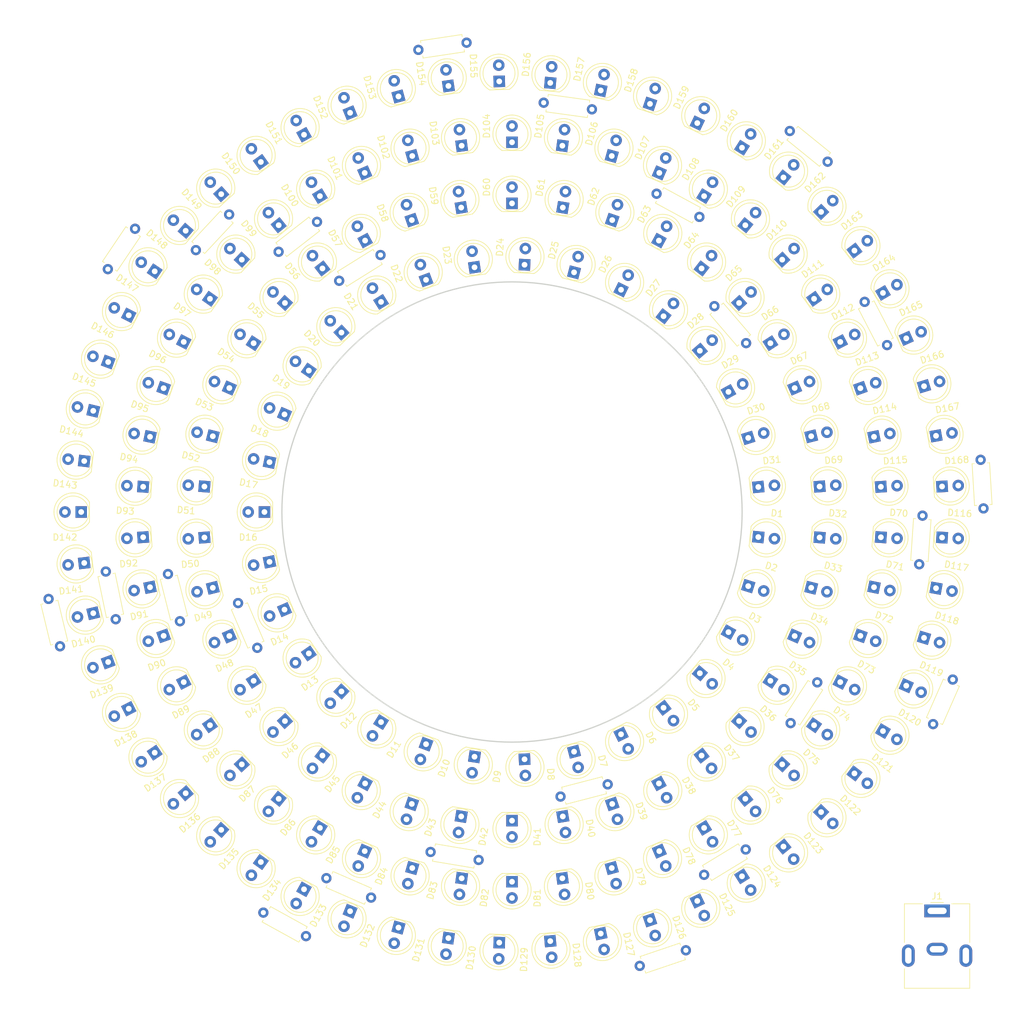
<source format=kicad_pcb>
(kicad_pcb (version 20171130) (host pcbnew 5.1.9-73d0e3b20d~88~ubuntu20.10.1)
  (layers (0 F.Cu signal) (31 B.Cu signal) (34 B.Paste user) (35 F.Paste user) (36 B.SilkS user) (37 F.SilkS user) (38 B.Mask user) (39 F.Mask user) (44 Edge.Cuts user))
  (net 0 "")
  (net 1 +12V)
  (net 2 "Net-(D1-Pad1)")
  (net 3 "Net-(D2-Pad1)")
  (net 4 "Net-(D3-Pad1)")
  (net 5 "Net-(D4-Pad1)")
  (net 6 "Net-(D5-Pad1)")
  (net 7 "Net-(D6-Pad1)")
  (net 8 "Net-(D7-Pad1)")
  (net 9 "Net-(D8-Pad1)")
  (net 10 "Net-(D10-Pad2)")
  (net 11 "Net-(D10-Pad1)")
  (net 12 "Net-(D11-Pad1)")
  (net 13 "Net-(D12-Pad1)")
  (net 14 "Net-(D13-Pad1)")
  (net 15 "Net-(D14-Pad1)")
  (net 16 "Net-(D15-Pad1)")
  (net 17 "Net-(D16-Pad1)")
  (net 18 "Net-(D17-Pad1)")
  (net 19 "Net-(D18-Pad1)")
  (net 20 "Net-(D19-Pad1)")
  (net 21 "Net-(D20-Pad1)")
  (net 22 "Net-(D21-Pad1)")
  (net 23 "Net-(D22-Pad1)")
  (net 24 "Net-(D23-Pad1)")
  (net 25 "Net-(D24-Pad1)")
  (net 26 "Net-(D25-Pad1)")
  (net 27 "Net-(D26-Pad1)")
  (net 28 "Net-(D27-Pad1)")
  (net 29 "Net-(D28-Pad1)")
  (net 30 "Net-(D29-Pad1)")
  (net 31 "Net-(D30-Pad1)")
  (net 32 "Net-(D31-Pad1)")
  (net 33 "Net-(D32-Pad1)")
  (net 34 "Net-(D33-Pad1)")
  (net 35 "Net-(D34-Pad1)")
  (net 36 "Net-(D35-Pad1)")
  (net 37 "Net-(D36-Pad1)")
  (net 38 "Net-(D37-Pad1)")
  (net 39 "Net-(D38-Pad1)")
  (net 40 "Net-(D39-Pad1)")
  (net 41 "Net-(D40-Pad1)")
  (net 42 "Net-(D41-Pad1)")
  (net 43 "Net-(D42-Pad1)")
  (net 44 "Net-(D43-Pad1)")
  (net 45 "Net-(D44-Pad1)")
  (net 46 "Net-(D45-Pad1)")
  (net 47 "Net-(D46-Pad1)")
  (net 48 "Net-(D47-Pad1)")
  (net 49 "Net-(D48-Pad1)")
  (net 50 "Net-(D49-Pad1)")
  (net 51 "Net-(D50-Pad1)")
  (net 52 "Net-(D51-Pad1)")
  (net 53 "Net-(D52-Pad1)")
  (net 54 "Net-(D53-Pad1)")
  (net 55 "Net-(D54-Pad1)")
  (net 56 "Net-(D55-Pad1)")
  (net 57 "Net-(D56-Pad1)")
  (net 58 "Net-(D57-Pad1)")
  (net 59 "Net-(D58-Pad1)")
  (net 60 "Net-(D59-Pad1)")
  (net 61 "Net-(D60-Pad1)")
  (net 62 "Net-(D61-Pad1)")
  (net 63 "Net-(D62-Pad1)")
  (net 64 "Net-(D63-Pad1)")
  (net 65 "Net-(D64-Pad1)")
  (net 66 "Net-(D65-Pad1)")
  (net 67 "Net-(D66-Pad1)")
  (net 68 "Net-(D67-Pad1)")
  (net 69 "Net-(D68-Pad1)")
  (net 70 "Net-(D69-Pad1)")
  (net 71 "Net-(D70-Pad1)")
  (net 72 "Net-(D71-Pad1)")
  (net 73 "Net-(D72-Pad1)")
  (net 74 "Net-(D73-Pad1)")
  (net 75 "Net-(D74-Pad1)")
  (net 76 "Net-(D75-Pad1)")
  (net 77 "Net-(D76-Pad1)")
  (net 78 "Net-(D77-Pad1)")
  (net 79 "Net-(D78-Pad1)")
  (net 80 "Net-(D79-Pad1)")
  (net 81 "Net-(D80-Pad1)")
  (net 82 "Net-(D81-Pad1)")
  (net 83 "Net-(D82-Pad1)")
  (net 84 "Net-(D83-Pad1)")
  (net 85 "Net-(D84-Pad1)")
  (net 86 "Net-(D85-Pad1)")
  (net 87 "Net-(D86-Pad1)")
  (net 88 "Net-(D87-Pad1)")
  (net 89 "Net-(D88-Pad1)")
  (net 90 "Net-(D89-Pad1)")
  (net 91 "Net-(D90-Pad1)")
  (net 92 "Net-(D91-Pad1)")
  (net 93 "Net-(D92-Pad1)")
  (net 94 "Net-(D93-Pad1)")
  (net 95 "Net-(D94-Pad1)")
  (net 96 "Net-(D95-Pad1)")
  (net 97 "Net-(D96-Pad1)")
  (net 98 "Net-(D97-Pad1)")
  (net 99 "Net-(D98-Pad1)")
  (net 100 "Net-(D100-Pad2)")
  (net 101 "Net-(D100-Pad1)")
  (net 102 "Net-(D101-Pad1)")
  (net 103 "Net-(D102-Pad1)")
  (net 104 "Net-(D103-Pad1)")
  (net 105 "Net-(D104-Pad1)")
  (net 106 "Net-(D105-Pad1)")
  (net 107 "Net-(D106-Pad1)")
  (net 108 "Net-(D107-Pad1)")
  (net 109 "Net-(D108-Pad1)")
  (net 110 "Net-(D109-Pad1)")
  (net 111 "Net-(D110-Pad1)")
  (net 112 "Net-(D111-Pad1)")
  (net 113 "Net-(D112-Pad1)")
  (net 114 "Net-(D113-Pad1)")
  (net 115 "Net-(D114-Pad1)")
  (net 116 "Net-(D115-Pad1)")
  (net 117 "Net-(D116-Pad1)")
  (net 118 "Net-(D117-Pad1)")
  (net 119 "Net-(D118-Pad1)")
  (net 120 "Net-(D119-Pad1)")
  (net 121 "Net-(D120-Pad1)")
  (net 122 "Net-(D121-Pad1)")
  (net 123 "Net-(D122-Pad1)")
  (net 124 "Net-(D123-Pad1)")
  (net 125 "Net-(D124-Pad1)")
  (net 126 "Net-(D125-Pad1)")
  (net 127 "Net-(D126-Pad1)")
  (net 128 "Net-(D127-Pad1)")
  (net 129 "Net-(D128-Pad1)")
  (net 130 "Net-(D129-Pad1)")
  (net 131 "Net-(D130-Pad1)")
  (net 132 "Net-(D131-Pad1)")
  (net 133 "Net-(D132-Pad1)")
  (net 134 "Net-(D133-Pad1)")
  (net 135 "Net-(D134-Pad1)")
  (net 136 "Net-(D135-Pad1)")
  (net 137 "Net-(D136-Pad1)")
  (net 138 "Net-(D137-Pad1)")
  (net 139 "Net-(D138-Pad1)")
  (net 140 "Net-(D139-Pad1)")
  (net 141 "Net-(D140-Pad1)")
  (net 142 "Net-(D141-Pad1)")
  (net 143 "Net-(D142-Pad1)")
  (net 144 "Net-(D143-Pad1)")
  (net 145 "Net-(D144-Pad1)")
  (net 146 "Net-(D145-Pad1)")
  (net 147 "Net-(D146-Pad1)")
  (net 148 "Net-(D147-Pad1)")
  (net 149 "Net-(D148-Pad1)")
  (net 150 "Net-(D149-Pad1)")
  (net 151 "Net-(D150-Pad1)")
  (net 152 "Net-(D151-Pad1)")
  (net 153 "Net-(D152-Pad1)")
  (net 154 "Net-(D153-Pad1)")
  (net 155 "Net-(D154-Pad1)")
  (net 156 "Net-(D155-Pad1)")
  (net 157 "Net-(D156-Pad1)")
  (net 158 "Net-(D157-Pad1)")
  (net 159 "Net-(D158-Pad1)")
  (net 160 "Net-(D159-Pad1)")
  (net 161 "Net-(D160-Pad1)")
  (net 162 "Net-(D161-Pad1)")
  (net 163 "Net-(D162-Pad1)")
  (net 164 "Net-(D163-Pad1)")
  (net 165 "Net-(D164-Pad1)")
  (net 166 "Net-(D165-Pad1)")
  (net 167 "Net-(D166-Pad1)")
  (net 168 "Net-(D167-Pad1)")
  (net 169 "Net-(D168-Pad1)")
  (net 170 GND)
  (module MountingHole:MountingHole_3.2mm_M3 (layer F.Cu) (at 161.485291 55.32832)
    (fp_text reference M5)
    (fp_text value " ")
    (pad 1 np_thru_hole circle (at 0 0) (size 3.2 3.2) (drill 3.2) (layers *.Cu *.Mask))
  )
  (module MountingHole:MountingHole_3.2mm_M3 (layer F.Cu) (at 76.514708 27.719704)
    (fp_text reference M4)
    (fp_text value "")
    (pad 1 np_thru_hole circle (at 0 0) (size 3.2 3.2) (drill 3.2) (layers *.Cu *.Mask))
  )
  (module MountingHole:MountingHole_3.2mm_M3 (layer F.Cu) (at 24 100)
    (fp_text reference M3)
    (fp_text value " ")
    (pad 1 np_thru_hole circle (at 0 0) (size 3.2 3.2) (drill 3.2) (layers *.Cu *.Mask))
  )
  (module MountingHole:MountingHole_3.2mm_M3 (layer F.Cu) (at 76.514708 172.280295)
    (fp_text reference M2)
    (fp_text value " ")
    (pad 1 np_thru_hole circle (at 0 0) (size 3.2 3.2) (drill 3.2) (layers *.Cu *.Mask))
  )
  (module MountingHole:MountingHole_3.2mm_M3 (layer F.Cu) (at 161.485291 144.671679)
    (fp_text reference M1)
    (fp_text value " ")
    (pad 1 np_thru_hole circle (at 0 0) (size 3.2 3.2) (drill 3.2) (layers *.Cu *.Mask))
  )
  (module LED_5mm_centered:LED_D5mm_centered (layer F.Cu) (at 139.794772 104.046732 354.1935484)
    (fp_text reference D1 (at 1.27 -3.96 354.1935484) (layer F.SilkS))
    (fp_text value LED_ALT hide)
    (pad 2 thru_hole circle (at 1.27 0 354.1935484) (size 1.8 1.8) (drill 0.9) (layers *.Cu *.Mask) (net 1 +12V))
    (pad 1 thru_hole rect (at -1.27 0 354.1935484) (size 1.8 1.8) (drill 0.9) (layers *.Cu *.Mask) (net 2 "Net-(D1-Pad1)"))
  )
  (module LED_5mm_centered:LED_D5mm_centered (layer F.Cu) (at 138.16557 111.974524 342.5806452)
    (fp_text reference D2 (at 1.27 -3.96 342.5806452) (layer F.SilkS))
    (fp_text value LED_ALT hide)
    (pad 1 thru_hole rect (at -1.27 0 342.5806452) (size 1.8 1.8) (drill 0.9) (layers *.Cu *.Mask) (net 3 "Net-(D2-Pad1)"))
    (pad 2 thru_hole circle (at 1.27 0 342.5806452) (size 1.8 1.8) (drill 0.9) (layers *.Cu *.Mask) (net 2 "Net-(D1-Pad1)"))
  )
  (module LED_5mm_centered:LED_D5mm_centered (layer F.Cu) (at 134.973864 119.412078 330.9677419)
    (fp_text reference D3 (at 1.27 -3.96 330.9677419) (layer F.SilkS))
    (fp_text value LED_ALT hide)
    (pad 2 thru_hole circle (at 1.27 0 330.9677419) (size 1.8 1.8) (drill 0.9) (layers *.Cu *.Mask) (net 3 "Net-(D2-Pad1)"))
    (pad 1 thru_hole rect (at -1.27 0 330.9677419) (size 1.8 1.8) (drill 0.9) (layers *.Cu *.Mask) (net 4 "Net-(D3-Pad1)"))
  )
  (module LED_5mm_centered:LED_D5mm_centered (layer F.Cu) (at 130.350324 126.054899 319.3548387)
    (fp_text reference D4 (at 1.27 -3.96 319.3548387) (layer F.SilkS))
    (fp_text value LED_ALT hide)
    (pad 1 thru_hole rect (at -1.27 0 319.3548387) (size 1.8 1.8) (drill 0.9) (layers *.Cu *.Mask) (net 5 "Net-(D4-Pad1)"))
    (pad 2 thru_hole circle (at 1.27 0 319.3548387) (size 1.8 1.8) (drill 0.9) (layers *.Cu *.Mask) (net 4 "Net-(D3-Pad1)"))
  )
  (module LED_5mm_centered:LED_D5mm_centered (layer F.Cu) (at 124.484239 131.631029 307.7419355)
    (fp_text reference D5 (at 1.27 -3.96 307.7419355) (layer F.SilkS))
    (fp_text value LED_ALT hide)
    (pad 2 thru_hole circle (at 1.27 0 307.7419355) (size 1.8 1.8) (drill 0.9) (layers *.Cu *.Mask) (net 5 "Net-(D4-Pad1)"))
    (pad 1 thru_hole rect (at -1.27 0 307.7419355) (size 1.8 1.8) (drill 0.9) (layers *.Cu *.Mask) (net 6 "Net-(D5-Pad1)"))
  )
  (module LED_5mm_centered:LED_D5mm_centered (layer F.Cu) (at 117.615766 135.912181 296.1290323)
    (fp_text reference D6 (at 1.27 -3.96 296.1290323) (layer F.SilkS))
    (fp_text value LED_ALT hide)
    (pad 1 thru_hole rect (at -1.27 0 296.1290323) (size 1.8 1.8) (drill 0.9) (layers *.Cu *.Mask) (net 7 "Net-(D6-Pad1)"))
    (pad 2 thru_hole circle (at 1.27 0 296.1290323) (size 1.8 1.8) (drill 0.9) (layers *.Cu *.Mask) (net 6 "Net-(D5-Pad1)"))
  )
  (module LED_5mm_centered:LED_D5mm_centered (layer F.Cu) (at 110.026101 138.723084 284.516129)
    (fp_text reference D7 (at 1.27 -3.96 284.516129) (layer F.SilkS))
    (fp_text value LED_ALT hide)
    (pad 2 thru_hole circle (at 1.27 0 284.516129) (size 1.8 1.8) (drill 0.9) (layers *.Cu *.Mask) (net 7 "Net-(D6-Pad1)"))
    (pad 1 thru_hole rect (at -1.27 0 284.516129) (size 1.8 1.8) (drill 0.9) (layers *.Cu *.Mask) (net 8 "Net-(D7-Pad1)"))
  )
  (module LED_5mm_centered:LED_D5mm_centered (layer F.Cu) (at 102.025966 139.94866 272.9032258)
    (fp_text reference D8 (at 1.27 -3.96 272.9032258) (layer F.SilkS))
    (fp_text value LED_ALT hide)
    (pad 1 thru_hole rect (at -1.27 0 272.9032258) (size 1.8 1.8) (drill 0.9) (layers *.Cu *.Mask) (net 9 "Net-(D8-Pad1)"))
    (pad 2 thru_hole circle (at 1.27 0 272.9032258) (size 1.8 1.8) (drill 0.9) (layers *.Cu *.Mask) (net 1 +12V))
  )
  (module LED_5mm_centered:LED_D5mm_centered (layer F.Cu) (at 93.942888 139.538732 261.2903226)
    (fp_text reference D9 (at 1.27 -3.96 261.2903226) (layer F.SilkS))
    (fp_text value LED_ALT hide)
    (pad 2 thru_hole circle (at 1.27 0 261.2903226) (size 1.8 1.8) (drill 0.9) (layers *.Cu *.Mask) (net 9 "Net-(D8-Pad1)"))
    (pad 1 thru_hole rect (at -1.27 0 261.2903226) (size 1.8 1.8) (drill 0.9) (layers *.Cu *.Mask) (net 10 "Net-(D10-Pad2)"))
  )
  (module LED_5mm_centered:LED_D5mm_centered (layer F.Cu) (at 86.107789 137.510085 249.6774194)
    (fp_text reference D10 (at 1.27 -3.96 249.6774194) (layer F.SilkS))
    (fp_text value LED_ALT hide)
    (pad 1 thru_hole rect (at -1.27 0 249.6774194) (size 1.8 1.8) (drill 0.9) (layers *.Cu *.Mask) (net 11 "Net-(D10-Pad1)"))
    (pad 2 thru_hole circle (at 1.27 0 249.6774194) (size 1.8 1.8) (drill 0.9) (layers *.Cu *.Mask) (net 10 "Net-(D10-Pad2)"))
  )
  (module LED_5mm_centered:LED_D5mm_centered (layer F.Cu) (at 78.841439 133.94577 238.0645161)
    (fp_text reference D11 (at 1.27 -3.96 238.0645161) (layer F.SilkS))
    (fp_text value LED_ALT hide)
    (pad 1 thru_hole rect (at -1.27 0 238.0645161) (size 1.8 1.8) (drill 0.9) (layers *.Cu *.Mask) (net 12 "Net-(D11-Pad1)"))
    (pad 2 thru_hole circle (at 1.27 0 238.0645161) (size 1.8 1.8) (drill 0.9) (layers *.Cu *.Mask) (net 11 "Net-(D10-Pad1)"))
  )
  (module LED_5mm_centered:LED_D5mm_centered (layer F.Cu) (at 72.441323 128.991711 226.4516129)
    (fp_text reference D12 (at 1.27 -3.96 226.4516129) (layer F.SilkS))
    (fp_text value LED_ALT hide)
    (pad 1 thru_hole rect (at -1.27 0 226.4516129) (size 1.8 1.8) (drill 0.9) (layers *.Cu *.Mask) (net 13 "Net-(D12-Pad1)"))
    (pad 2 thru_hole circle (at 1.27 0 226.4516129) (size 1.8 1.8) (drill 0.9) (layers *.Cu *.Mask) (net 12 "Net-(D11-Pad1)"))
  )
  (module LED_5mm_centered:LED_D5mm_centered (layer F.Cu) (at 67.169462 122.850728 214.8387097)
    (fp_text reference D13 (at 1.27 -3.96 214.8387097) (layer F.SilkS))
    (fp_text value LED_ALT hide)
    (pad 2 thru_hole circle (at 1.27 0 214.8387097) (size 1.8 1.8) (drill 0.9) (layers *.Cu *.Mask) (net 13 "Net-(D12-Pad1)"))
    (pad 1 thru_hole rect (at -1.27 0 214.8387097) (size 1.8 1.8) (drill 0.9) (layers *.Cu *.Mask) (net 14 "Net-(D13-Pad1)"))
  )
  (module LED_5mm_centered:LED_D5mm_centered (layer F.Cu) (at 63.241687 115.774234 203.2258065)
    (fp_text reference D14 (at 1.27 -3.96 203.2258065) (layer F.SilkS))
    (fp_text value LED_ALT hide)
    (pad 1 thru_hole rect (at -1.27 0 203.2258065) (size 1.8 1.8) (drill 0.9) (layers *.Cu *.Mask) (net 15 "Net-(D14-Pad1)"))
    (pad 2 thru_hole circle (at 1.27 0 203.2258065) (size 1.8 1.8) (drill 0.9) (layers *.Cu *.Mask) (net 14 "Net-(D13-Pad1)"))
  )
  (module LED_5mm_centered:LED_D5mm_centered (layer F.Cu) (at 60.818802 108.05194 191.6129032)
    (fp_text reference D15 (at 1.27 -3.96 191.6129032) (layer F.SilkS))
    (fp_text value LED_ALT hide)
    (pad 2 thru_hole circle (at 1.27 0 191.6129032) (size 1.8 1.8) (drill 0.9) (layers *.Cu *.Mask) (net 1 +12V))
    (pad 1 thru_hole rect (at -1.27 0 191.6129032) (size 1.8 1.8) (drill 0.9) (layers *.Cu *.Mask) (net 16 "Net-(D15-Pad1)"))
  )
  (module LED_5mm_centered:LED_D5mm_centered (layer F.Cu) (at 60 99.999999 180)
    (fp_text reference D16 (at 1.27 -3.96 180) (layer F.SilkS))
    (fp_text value LED_ALT hide)
    (pad 1 thru_hole rect (at -1.27 0 180) (size 1.8 1.8) (drill 0.9) (layers *.Cu *.Mask) (net 17 "Net-(D16-Pad1)"))
    (pad 2 thru_hole circle (at 1.27 0 180) (size 1.8 1.8) (drill 0.9) (layers *.Cu *.Mask) (net 16 "Net-(D15-Pad1)"))
  )
  (module LED_5mm_centered:LED_D5mm_centered (layer F.Cu) (at 60.818802 91.948059 168.3870968)
    (fp_text reference D17 (at 1.27 -3.96 168.3870968) (layer F.SilkS))
    (fp_text value LED_ALT hide)
    (pad 2 thru_hole circle (at 1.27 0 168.3870968) (size 1.8 1.8) (drill 0.9) (layers *.Cu *.Mask) (net 17 "Net-(D16-Pad1)"))
    (pad 1 thru_hole rect (at -1.27 0 168.3870968) (size 1.8 1.8) (drill 0.9) (layers *.Cu *.Mask) (net 18 "Net-(D17-Pad1)"))
  )
  (module LED_5mm_centered:LED_D5mm_centered (layer F.Cu) (at 63.241687 84.225765 156.7741935)
    (fp_text reference D18 (at 1.27 -3.96 156.7741935) (layer F.SilkS))
    (fp_text value LED_ALT hide)
    (pad 1 thru_hole rect (at -1.27 0 156.7741935) (size 1.8 1.8) (drill 0.9) (layers *.Cu *.Mask) (net 19 "Net-(D18-Pad1)"))
    (pad 2 thru_hole circle (at 1.27 0 156.7741935) (size 1.8 1.8) (drill 0.9) (layers *.Cu *.Mask) (net 18 "Net-(D17-Pad1)"))
  )
  (module LED_5mm_centered:LED_D5mm_centered (layer F.Cu) (at 67.169462 77.149271 145.1612903)
    (fp_text reference D19 (at 1.27 -3.96 145.1612903) (layer F.SilkS))
    (fp_text value LED_ALT hide)
    (pad 2 thru_hole circle (at 1.27 0 145.1612903) (size 1.8 1.8) (drill 0.9) (layers *.Cu *.Mask) (net 19 "Net-(D18-Pad1)"))
    (pad 1 thru_hole rect (at -1.27 0 145.1612903) (size 1.8 1.8) (drill 0.9) (layers *.Cu *.Mask) (net 20 "Net-(D19-Pad1)"))
  )
  (module LED_5mm_centered:LED_D5mm_centered (layer F.Cu) (at 72.441323 71.008288 133.5483871)
    (fp_text reference D20 (at 1.27 -3.96 133.5483871) (layer F.SilkS))
    (fp_text value LED_ALT hide)
    (pad 1 thru_hole rect (at -1.27 0 133.5483871) (size 1.8 1.8) (drill 0.9) (layers *.Cu *.Mask) (net 21 "Net-(D20-Pad1)"))
    (pad 2 thru_hole circle (at 1.27 0 133.5483871) (size 1.8 1.8) (drill 0.9) (layers *.Cu *.Mask) (net 20 "Net-(D19-Pad1)"))
  )
  (module LED_5mm_centered:LED_D5mm_centered (layer F.Cu) (at 78.841439 66.054229 121.9354839)
    (fp_text reference D21 (at 1.27 -3.96 121.9354839) (layer F.SilkS))
    (fp_text value LED_ALT hide)
    (pad 2 thru_hole circle (at 1.27 0 121.9354839) (size 1.8 1.8) (drill 0.9) (layers *.Cu *.Mask) (net 21 "Net-(D20-Pad1)"))
    (pad 1 thru_hole rect (at -1.27 0 121.9354839) (size 1.8 1.8) (drill 0.9) (layers *.Cu *.Mask) (net 22 "Net-(D21-Pad1)"))
  )
  (module LED_5mm_centered:LED_D5mm_centered (layer F.Cu) (at 86.107789 62.489914 110.3225806)
    (fp_text reference D22 (at 1.27 -3.96 110.3225806) (layer F.SilkS))
    (fp_text value LED_ALT hide)
    (pad 2 thru_hole circle (at 1.27 0 110.3225806) (size 1.8 1.8) (drill 0.9) (layers *.Cu *.Mask) (net 1 +12V))
    (pad 1 thru_hole rect (at -1.27 0 110.3225806) (size 1.8 1.8) (drill 0.9) (layers *.Cu *.Mask) (net 23 "Net-(D22-Pad1)"))
  )
  (module LED_5mm_centered:LED_D5mm_centered (layer F.Cu) (at 93.942888 60.461267 98.70967742)
    (fp_text reference D23 (at 1.27 -3.96 98.70967742) (layer F.SilkS))
    (fp_text value LED_ALT hide)
    (pad 1 thru_hole rect (at -1.27 0 98.70967742) (size 1.8 1.8) (drill 0.9) (layers *.Cu *.Mask) (net 24 "Net-(D23-Pad1)"))
    (pad 2 thru_hole circle (at 1.27 0 98.70967742) (size 1.8 1.8) (drill 0.9) (layers *.Cu *.Mask) (net 23 "Net-(D22-Pad1)"))
  )
  (module LED_5mm_centered:LED_D5mm_centered (layer F.Cu) (at 102.025966 60.051339 87.09677419)
    (fp_text reference D24 (at 1.27 -3.96 87.09677419) (layer F.SilkS))
    (fp_text value LED_ALT hide)
    (pad 2 thru_hole circle (at 1.27 0 87.09677419) (size 1.8 1.8) (drill 0.9) (layers *.Cu *.Mask) (net 24 "Net-(D23-Pad1)"))
    (pad 1 thru_hole rect (at -1.27 0 87.09677419) (size 1.8 1.8) (drill 0.9) (layers *.Cu *.Mask) (net 25 "Net-(D24-Pad1)"))
  )
  (module LED_5mm_centered:LED_D5mm_centered (layer F.Cu) (at 110.026101 61.276915 75.48387097)
    (fp_text reference D25 (at 1.27 -3.96 75.48387097) (layer F.SilkS))
    (fp_text value LED_ALT hide)
    (pad 1 thru_hole rect (at -1.27 0 75.48387097) (size 1.8 1.8) (drill 0.9) (layers *.Cu *.Mask) (net 26 "Net-(D25-Pad1)"))
    (pad 2 thru_hole circle (at 1.27 0 75.48387097) (size 1.8 1.8) (drill 0.9) (layers *.Cu *.Mask) (net 25 "Net-(D24-Pad1)"))
  )
  (module LED_5mm_centered:LED_D5mm_centered (layer F.Cu) (at 117.615766 64.087818 63.87096774)
    (fp_text reference D26 (at 1.27 -3.96 63.87096774) (layer F.SilkS))
    (fp_text value LED_ALT hide)
    (pad 2 thru_hole circle (at 1.27 0 63.87096774) (size 1.8 1.8) (drill 0.9) (layers *.Cu *.Mask) (net 26 "Net-(D25-Pad1)"))
    (pad 1 thru_hole rect (at -1.27 0 63.87096774) (size 1.8 1.8) (drill 0.9) (layers *.Cu *.Mask) (net 27 "Net-(D26-Pad1)"))
  )
  (module LED_5mm_centered:LED_D5mm_centered (layer F.Cu) (at 124.484239 68.36897 52.25806452)
    (fp_text reference D27 (at 1.27 -3.96 52.25806452) (layer F.SilkS))
    (fp_text value LED_ALT hide)
    (pad 1 thru_hole rect (at -1.27 0 52.25806452) (size 1.8 1.8) (drill 0.9) (layers *.Cu *.Mask) (net 28 "Net-(D27-Pad1)"))
    (pad 2 thru_hole circle (at 1.27 0 52.25806452) (size 1.8 1.8) (drill 0.9) (layers *.Cu *.Mask) (net 27 "Net-(D26-Pad1)"))
  )
  (module LED_5mm_centered:LED_D5mm_centered (layer F.Cu) (at 130.350324 73.9451 40.64516129)
    (fp_text reference D28 (at 1.27 -3.96 40.64516129) (layer F.SilkS))
    (fp_text value LED_ALT hide)
    (pad 2 thru_hole circle (at 1.27 0 40.64516129) (size 1.8 1.8) (drill 0.9) (layers *.Cu *.Mask) (net 28 "Net-(D27-Pad1)"))
    (pad 1 thru_hole rect (at -1.27 0 40.64516129) (size 1.8 1.8) (drill 0.9) (layers *.Cu *.Mask) (net 29 "Net-(D28-Pad1)"))
  )
  (module LED_5mm_centered:LED_D5mm_centered (layer F.Cu) (at 134.973864 80.587921 29.03225806)
    (fp_text reference D29 (at 1.27 -3.96 29.03225806) (layer F.SilkS))
    (fp_text value LED_ALT hide)
    (pad 1 thru_hole rect (at -1.27 0 29.03225806) (size 1.8 1.8) (drill 0.9) (layers *.Cu *.Mask) (net 30 "Net-(D29-Pad1)"))
    (pad 2 thru_hole circle (at 1.27 0 29.03225806) (size 1.8 1.8) (drill 0.9) (layers *.Cu *.Mask) (net 1 +12V))
  )
  (module LED_5mm_centered:LED_D5mm_centered (layer F.Cu) (at 138.16557 88.025475 17.41935484)
    (fp_text reference D30 (at 1.27 -3.96 17.41935484) (layer F.SilkS))
    (fp_text value LED_ALT hide)
    (pad 2 thru_hole circle (at 1.27 0 17.41935484) (size 1.8 1.8) (drill 0.9) (layers *.Cu *.Mask) (net 30 "Net-(D29-Pad1)"))
    (pad 1 thru_hole rect (at -1.27 0 17.41935484) (size 1.8 1.8) (drill 0.9) (layers *.Cu *.Mask) (net 31 "Net-(D30-Pad1)"))
  )
  (module LED_5mm_centered:LED_D5mm_centered (layer F.Cu) (at 139.794772 95.953267 5.806451613)
    (fp_text reference D31 (at 1.27 -3.96 5.806451613) (layer F.SilkS))
    (fp_text value LED_ALT hide)
    (pad 1 thru_hole rect (at -1.27 0 5.806451613) (size 1.8 1.8) (drill 0.9) (layers *.Cu *.Mask) (net 32 "Net-(D31-Pad1)"))
    (pad 2 thru_hole circle (at 1.27 0 5.806451613) (size 1.8 1.8) (drill 0.9) (layers *.Cu *.Mask) (net 31 "Net-(D30-Pad1)"))
  )
  (module LED_5mm_centered:LED_D5mm_centered (layer F.Cu) (at 149.386298 104.092265 355.2631579)
    (fp_text reference D32 (at 1.27 -3.96 355.2631579) (layer F.SilkS))
    (fp_text value LED_ALT hide)
    (pad 2 thru_hole circle (at 1.27 0 355.2631579) (size 1.8 1.8) (drill 0.9) (layers *.Cu *.Mask) (net 32 "Net-(D31-Pad1)"))
    (pad 1 thru_hole rect (at -1.27 0 355.2631579) (size 1.8 1.8) (drill 0.9) (layers *.Cu *.Mask) (net 33 "Net-(D32-Pad1)"))
  )
  (module LED_5mm_centered:LED_D5mm_centered (layer F.Cu) (at 148.039168 112.165169 345.7894737)
    (fp_text reference D33 (at 1.27 -3.96 345.7894737) (layer F.SilkS))
    (fp_text value LED_ALT hide)
    (pad 1 thru_hole rect (at -1.27 0 345.7894737) (size 1.8 1.8) (drill 0.9) (layers *.Cu *.Mask) (net 34 "Net-(D33-Pad1)"))
    (pad 2 thru_hole circle (at 1.27 0 345.7894737) (size 1.8 1.8) (drill 0.9) (layers *.Cu *.Mask) (net 33 "Net-(D32-Pad1)"))
  )
  (module LED_5mm_centered:LED_D5mm_centered (layer F.Cu) (at 145.381655 119.906239 336.3157895)
    (fp_text reference D34 (at 1.27 -3.96 336.3157895) (layer F.SilkS))
    (fp_text value LED_ALT hide)
    (pad 2 thru_hole circle (at 1.27 0 336.3157895) (size 1.8 1.8) (drill 0.9) (layers *.Cu *.Mask) (net 34 "Net-(D33-Pad1)"))
    (pad 1 thru_hole rect (at -1.27 0 336.3157895) (size 1.8 1.8) (drill 0.9) (layers *.Cu *.Mask) (net 35 "Net-(D34-Pad1)"))
  )
  (module LED_5mm_centered:LED_D5mm_centered (layer F.Cu) (at 141.486249 127.104319 326.8421053)
    (fp_text reference D35 (at 1.27 -3.96 326.8421053) (layer F.SilkS))
    (fp_text value LED_ALT hide)
    (pad 1 thru_hole rect (at -1.27 0 326.8421053) (size 1.8 1.8) (drill 0.9) (layers *.Cu *.Mask) (net 36 "Net-(D35-Pad1)"))
    (pad 2 thru_hole circle (at 1.27 0 326.8421053) (size 1.8 1.8) (drill 0.9) (layers *.Cu *.Mask) (net 35 "Net-(D34-Pad1)"))
  )
  (module LED_5mm_centered:LED_D5mm_centered (layer F.Cu) (at 136.459207 133.563064 317.3684211)
    (fp_text reference D36 (at 1.27 -3.96 317.3684211) (layer F.SilkS))
    (fp_text value LED_ALT hide)
    (pad 2 thru_hole circle (at 1.27 0 317.3684211) (size 1.8 1.8) (drill 0.9) (layers *.Cu *.Mask) (net 1 +12V))
    (pad 1 thru_hole rect (at -1.27 0 317.3684211) (size 1.8 1.8) (drill 0.9) (layers *.Cu *.Mask) (net 37 "Net-(D36-Pad1)"))
  )
  (module LED_5mm_centered:LED_D5mm_centered (layer F.Cu) (at 130.437652 139.106296 307.8947368)
    (fp_text reference D37 (at 1.27 -3.96 307.8947368) (layer F.SilkS))
    (fp_text value LED_ALT hide)
    (pad 1 thru_hole rect (at -1.27 0 307.8947368) (size 1.8 1.8) (drill 0.9) (layers *.Cu *.Mask) (net 38 "Net-(D37-Pad1)"))
    (pad 2 thru_hole circle (at 1.27 0 307.8947368) (size 1.8 1.8) (drill 0.9) (layers *.Cu *.Mask) (net 37 "Net-(D36-Pad1)"))
  )
  (module LED_5mm_centered:LED_D5mm_centered (layer F.Cu) (at 123.585837 143.58281 298.4210526)
    (fp_text reference D38 (at 1.27 -3.96 298.4210526) (layer F.SilkS))
    (fp_text value LED_ALT hide)
    (pad 2 thru_hole circle (at 1.27 0 298.4210526) (size 1.8 1.8) (drill 0.9) (layers *.Cu *.Mask) (net 38 "Net-(D37-Pad1)"))
    (pad 1 thru_hole rect (at -1.27 0 298.4210526) (size 1.8 1.8) (drill 0.9) (layers *.Cu *.Mask) (net 39 "Net-(D38-Pad1)"))
  )
  (module LED_5mm_centered:LED_D5mm_centered (layer F.Cu) (at 116.090662 146.870498 288.9473684)
    (fp_text reference D39 (at 1.27 -3.96 288.9473684) (layer F.SilkS))
    (fp_text value LED_ALT hide)
    (pad 1 thru_hole rect (at -1.27 0 288.9473684) (size 1.8 1.8) (drill 0.9) (layers *.Cu *.Mask) (net 40 "Net-(D39-Pad1)"))
    (pad 2 thru_hole circle (at 1.27 0 288.9473684) (size 1.8 1.8) (drill 0.9) (layers *.Cu *.Mask) (net 39 "Net-(D38-Pad1)"))
  )
  (module LED_5mm_centered:LED_D5mm_centered (layer F.Cu) (at 108.156576 148.879682 279.4736842)
    (fp_text reference D40 (at 1.27 -3.96 279.4736842) (layer F.SilkS))
    (fp_text value LED_ALT hide)
    (pad 2 thru_hole circle (at 1.27 0 279.4736842) (size 1.8 1.8) (drill 0.9) (layers *.Cu *.Mask) (net 40 "Net-(D39-Pad1)"))
    (pad 1 thru_hole rect (at -1.27 0 279.4736842) (size 1.8 1.8) (drill 0.9) (layers *.Cu *.Mask) (net 41 "Net-(D40-Pad1)"))
  )
  (module LED_5mm_centered:LED_D5mm_centered (layer F.Cu) (at 100 149.555555 270)
    (fp_text reference D41 (at 1.27 -3.96 270) (layer F.SilkS))
    (fp_text value LED_ALT hide)
    (pad 1 thru_hole rect (at -1.27 0 270) (size 1.8 1.8) (drill 0.9) (layers *.Cu *.Mask) (net 42 "Net-(D41-Pad1)"))
    (pad 2 thru_hole circle (at 1.27 0 270) (size 1.8 1.8) (drill 0.9) (layers *.Cu *.Mask) (net 41 "Net-(D40-Pad1)"))
  )
  (module LED_5mm_centered:LED_D5mm_centered (layer F.Cu) (at 91.843423 148.879682 260.5263158)
    (fp_text reference D42 (at 1.27 -3.96 260.5263158) (layer F.SilkS))
    (fp_text value LED_ALT hide)
    (pad 2 thru_hole circle (at 1.27 0 260.5263158) (size 1.8 1.8) (drill 0.9) (layers *.Cu *.Mask) (net 42 "Net-(D41-Pad1)"))
    (pad 1 thru_hole rect (at -1.27 0 260.5263158) (size 1.8 1.8) (drill 0.9) (layers *.Cu *.Mask) (net 43 "Net-(D42-Pad1)"))
  )
  (module LED_5mm_centered:LED_D5mm_centered (layer F.Cu) (at 83.909337 146.870498 251.0526316)
    (fp_text reference D43 (at 1.27 -3.96 251.0526316) (layer F.SilkS))
    (fp_text value LED_ALT hide)
    (pad 1 thru_hole rect (at -1.27 0 251.0526316) (size 1.8 1.8) (drill 0.9) (layers *.Cu *.Mask) (net 44 "Net-(D43-Pad1)"))
    (pad 2 thru_hole circle (at 1.27 0 251.0526316) (size 1.8 1.8) (drill 0.9) (layers *.Cu *.Mask) (net 1 +12V))
  )
  (module LED_5mm_centered:LED_D5mm_centered (layer F.Cu) (at 76.414162 143.58281 241.5789474)
    (fp_text reference D44 (at 1.27 -3.96 241.5789474) (layer F.SilkS))
    (fp_text value LED_ALT hide)
    (pad 2 thru_hole circle (at 1.27 0 241.5789474) (size 1.8 1.8) (drill 0.9) (layers *.Cu *.Mask) (net 44 "Net-(D43-Pad1)"))
    (pad 1 thru_hole rect (at -1.27 0 241.5789474) (size 1.8 1.8) (drill 0.9) (layers *.Cu *.Mask) (net 45 "Net-(D44-Pad1)"))
  )
  (module LED_5mm_centered:LED_D5mm_centered (layer F.Cu) (at 69.562347 139.106296 232.1052632)
    (fp_text reference D45 (at 1.27 -3.96 232.1052632) (layer F.SilkS))
    (fp_text value LED_ALT hide)
    (pad 2 thru_hole circle (at 1.27 0 232.1052632) (size 1.8 1.8) (drill 0.9) (layers *.Cu *.Mask) (net 45 "Net-(D44-Pad1)"))
    (pad 1 thru_hole rect (at -1.27 0 232.1052632) (size 1.8 1.8) (drill 0.9) (layers *.Cu *.Mask) (net 46 "Net-(D45-Pad1)"))
  )
  (module LED_5mm_centered:LED_D5mm_centered (layer F.Cu) (at 63.540792 133.563064 222.6315789)
    (fp_text reference D46 (at 1.27 -3.96 222.6315789) (layer F.SilkS))
    (fp_text value LED_ALT hide)
    (pad 2 thru_hole circle (at 1.27 0 222.6315789) (size 1.8 1.8) (drill 0.9) (layers *.Cu *.Mask) (net 46 "Net-(D45-Pad1)"))
    (pad 1 thru_hole rect (at -1.27 0 222.6315789) (size 1.8 1.8) (drill 0.9) (layers *.Cu *.Mask) (net 47 "Net-(D46-Pad1)"))
  )
  (module LED_5mm_centered:LED_D5mm_centered (layer F.Cu) (at 58.51375 127.104319 213.1578947)
    (fp_text reference D47 (at 1.27 -3.96 213.1578947) (layer F.SilkS))
    (fp_text value LED_ALT hide)
    (pad 1 thru_hole rect (at -1.27 0 213.1578947) (size 1.8 1.8) (drill 0.9) (layers *.Cu *.Mask) (net 48 "Net-(D47-Pad1)"))
    (pad 2 thru_hole circle (at 1.27 0 213.1578947) (size 1.8 1.8) (drill 0.9) (layers *.Cu *.Mask) (net 47 "Net-(D46-Pad1)"))
  )
  (module LED_5mm_centered:LED_D5mm_centered (layer F.Cu) (at 54.618344 119.906239 203.6842105)
    (fp_text reference D48 (at 1.27 -3.96 203.6842105) (layer F.SilkS))
    (fp_text value LED_ALT hide)
    (pad 2 thru_hole circle (at 1.27 0 203.6842105) (size 1.8 1.8) (drill 0.9) (layers *.Cu *.Mask) (net 48 "Net-(D47-Pad1)"))
    (pad 1 thru_hole rect (at -1.27 0 203.6842105) (size 1.8 1.8) (drill 0.9) (layers *.Cu *.Mask) (net 49 "Net-(D48-Pad1)"))
  )
  (module LED_5mm_centered:LED_D5mm_centered (layer F.Cu) (at 51.960831 112.165169 194.2105263)
    (fp_text reference D49 (at 1.27 -3.96 194.2105263) (layer F.SilkS))
    (fp_text value LED_ALT hide)
    (pad 1 thru_hole rect (at -1.27 0 194.2105263) (size 1.8 1.8) (drill 0.9) (layers *.Cu *.Mask) (net 50 "Net-(D49-Pad1)"))
    (pad 2 thru_hole circle (at 1.27 0 194.2105263) (size 1.8 1.8) (drill 0.9) (layers *.Cu *.Mask) (net 49 "Net-(D48-Pad1)"))
  )
  (module LED_5mm_centered:LED_D5mm_centered (layer F.Cu) (at 50.613701 104.092265 184.7368421)
    (fp_text reference D50 (at 1.27 -3.96 184.7368421) (layer F.SilkS))
    (fp_text value LED_ALT hide)
    (pad 2 thru_hole circle (at 1.27 0 184.7368421) (size 1.8 1.8) (drill 0.9) (layers *.Cu *.Mask) (net 1 +12V))
    (pad 1 thru_hole rect (at -1.27 0 184.7368421) (size 1.8 1.8) (drill 0.9) (layers *.Cu *.Mask) (net 51 "Net-(D50-Pad1)"))
  )
  (module LED_5mm_centered:LED_D5mm_centered (layer F.Cu) (at 50.613701 95.907734 175.2631579)
    (fp_text reference D51 (at 1.27 -3.96 175.2631579) (layer F.SilkS))
    (fp_text value LED_ALT hide)
    (pad 1 thru_hole rect (at -1.27 0 175.2631579) (size 1.8 1.8) (drill 0.9) (layers *.Cu *.Mask) (net 52 "Net-(D51-Pad1)"))
    (pad 2 thru_hole circle (at 1.27 0 175.2631579) (size 1.8 1.8) (drill 0.9) (layers *.Cu *.Mask) (net 51 "Net-(D50-Pad1)"))
  )
  (module LED_5mm_centered:LED_D5mm_centered (layer F.Cu) (at 51.960831 87.83483 165.7894737)
    (fp_text reference D52 (at 1.27 -3.96 165.7894737) (layer F.SilkS))
    (fp_text value LED_ALT hide)
    (pad 2 thru_hole circle (at 1.27 0 165.7894737) (size 1.8 1.8) (drill 0.9) (layers *.Cu *.Mask) (net 52 "Net-(D51-Pad1)"))
    (pad 1 thru_hole rect (at -1.27 0 165.7894737) (size 1.8 1.8) (drill 0.9) (layers *.Cu *.Mask) (net 53 "Net-(D52-Pad1)"))
  )
  (module LED_5mm_centered:LED_D5mm_centered (layer F.Cu) (at 54.618344 80.09376 156.3157895)
    (fp_text reference D53 (at 1.27 -3.96 156.3157895) (layer F.SilkS))
    (fp_text value LED_ALT hide)
    (pad 1 thru_hole rect (at -1.27 0 156.3157895) (size 1.8 1.8) (drill 0.9) (layers *.Cu *.Mask) (net 54 "Net-(D53-Pad1)"))
    (pad 2 thru_hole circle (at 1.27 0 156.3157895) (size 1.8 1.8) (drill 0.9) (layers *.Cu *.Mask) (net 53 "Net-(D52-Pad1)"))
  )
  (module LED_5mm_centered:LED_D5mm_centered (layer F.Cu) (at 58.51375 72.89568 146.8421053)
    (fp_text reference D54 (at 1.27 -3.96 146.8421053) (layer F.SilkS))
    (fp_text value LED_ALT hide)
    (pad 2 thru_hole circle (at 1.27 0 146.8421053) (size 1.8 1.8) (drill 0.9) (layers *.Cu *.Mask) (net 54 "Net-(D53-Pad1)"))
    (pad 1 thru_hole rect (at -1.27 0 146.8421053) (size 1.8 1.8) (drill 0.9) (layers *.Cu *.Mask) (net 55 "Net-(D54-Pad1)"))
  )
  (module LED_5mm_centered:LED_D5mm_centered (layer F.Cu) (at 63.540792 66.436935 137.3684211)
    (fp_text reference D55 (at 1.27 -3.96 137.3684211) (layer F.SilkS))
    (fp_text value LED_ALT hide)
    (pad 1 thru_hole rect (at -1.27 0 137.3684211) (size 1.8 1.8) (drill 0.9) (layers *.Cu *.Mask) (net 56 "Net-(D55-Pad1)"))
    (pad 2 thru_hole circle (at 1.27 0 137.3684211) (size 1.8 1.8) (drill 0.9) (layers *.Cu *.Mask) (net 55 "Net-(D54-Pad1)"))
  )
  (module LED_5mm_centered:LED_D5mm_centered (layer F.Cu) (at 69.562347 60.893703 127.8947368)
    (fp_text reference D56 (at 1.27 -3.96 127.8947368) (layer F.SilkS))
    (fp_text value LED_ALT hide)
    (pad 2 thru_hole circle (at 1.27 0 127.8947368) (size 1.8 1.8) (drill 0.9) (layers *.Cu *.Mask) (net 56 "Net-(D55-Pad1)"))
    (pad 1 thru_hole rect (at -1.27 0 127.8947368) (size 1.8 1.8) (drill 0.9) (layers *.Cu *.Mask) (net 57 "Net-(D56-Pad1)"))
  )
  (module LED_5mm_centered:LED_D5mm_centered (layer F.Cu) (at 76.414162 56.417189 118.4210526)
    (fp_text reference D57 (at 1.27 -3.96 118.4210526) (layer F.SilkS))
    (fp_text value LED_ALT hide)
    (pad 1 thru_hole rect (at -1.27 0 118.4210526) (size 1.8 1.8) (drill 0.9) (layers *.Cu *.Mask) (net 58 "Net-(D57-Pad1)"))
    (pad 2 thru_hole circle (at 1.27 0 118.4210526) (size 1.8 1.8) (drill 0.9) (layers *.Cu *.Mask) (net 1 +12V))
  )
  (module LED_5mm_centered:LED_D5mm_centered (layer F.Cu) (at 83.909337 53.129501 108.9473684)
    (fp_text reference D58 (at 1.27 -3.96 108.9473684) (layer F.SilkS))
    (fp_text value LED_ALT hide)
    (pad 2 thru_hole circle (at 1.27 0 108.9473684) (size 1.8 1.8) (drill 0.9) (layers *.Cu *.Mask) (net 58 "Net-(D57-Pad1)"))
    (pad 1 thru_hole rect (at -1.27 0 108.9473684) (size 1.8 1.8) (drill 0.9) (layers *.Cu *.Mask) (net 59 "Net-(D58-Pad1)"))
  )
  (module LED_5mm_centered:LED_D5mm_centered (layer F.Cu) (at 91.843423 51.120317 99.47368421)
    (fp_text reference D59 (at 1.27 -3.96 99.47368421) (layer F.SilkS))
    (fp_text value LED_ALT hide)
    (pad 1 thru_hole rect (at -1.27 0 99.47368421) (size 1.8 1.8) (drill 0.9) (layers *.Cu *.Mask) (net 60 "Net-(D59-Pad1)"))
    (pad 2 thru_hole circle (at 1.27 0 99.47368421) (size 1.8 1.8) (drill 0.9) (layers *.Cu *.Mask) (net 59 "Net-(D58-Pad1)"))
  )
  (module LED_5mm_centered:LED_D5mm_centered (layer F.Cu) (at 99.999999 50.444444 90)
    (fp_text reference D60 (at 1.27 -3.96 90) (layer F.SilkS))
    (fp_text value LED_ALT hide)
    (pad 2 thru_hole circle (at 1.27 0 90) (size 1.8 1.8) (drill 0.9) (layers *.Cu *.Mask) (net 60 "Net-(D59-Pad1)"))
    (pad 1 thru_hole rect (at -1.27 0 90) (size 1.8 1.8) (drill 0.9) (layers *.Cu *.Mask) (net 61 "Net-(D60-Pad1)"))
  )
  (module LED_5mm_centered:LED_D5mm_centered (layer F.Cu) (at 108.156576 51.120317 80.52631579)
    (fp_text reference D61 (at 1.27 -3.96 80.52631579) (layer F.SilkS))
    (fp_text value LED_ALT hide)
    (pad 1 thru_hole rect (at -1.27 0 80.52631579) (size 1.8 1.8) (drill 0.9) (layers *.Cu *.Mask) (net 62 "Net-(D61-Pad1)"))
    (pad 2 thru_hole circle (at 1.27 0 80.52631579) (size 1.8 1.8) (drill 0.9) (layers *.Cu *.Mask) (net 61 "Net-(D60-Pad1)"))
  )
  (module LED_5mm_centered:LED_D5mm_centered (layer F.Cu) (at 116.090662 53.129501 71.05263158)
    (fp_text reference D62 (at 1.27 -3.96 71.05263158) (layer F.SilkS))
    (fp_text value LED_ALT hide)
    (pad 2 thru_hole circle (at 1.27 0 71.05263158) (size 1.8 1.8) (drill 0.9) (layers *.Cu *.Mask) (net 62 "Net-(D61-Pad1)"))
    (pad 1 thru_hole rect (at -1.27 0 71.05263158) (size 1.8 1.8) (drill 0.9) (layers *.Cu *.Mask) (net 63 "Net-(D62-Pad1)"))
  )
  (module LED_5mm_centered:LED_D5mm_centered (layer F.Cu) (at 123.585837 56.417189 61.57894737)
    (fp_text reference D63 (at 1.27 -3.96 61.57894737) (layer F.SilkS))
    (fp_text value LED_ALT hide)
    (pad 1 thru_hole rect (at -1.27 0 61.57894737) (size 1.8 1.8) (drill 0.9) (layers *.Cu *.Mask) (net 64 "Net-(D63-Pad1)"))
    (pad 2 thru_hole circle (at 1.27 0 61.57894737) (size 1.8 1.8) (drill 0.9) (layers *.Cu *.Mask) (net 63 "Net-(D62-Pad1)"))
  )
  (module LED_5mm_centered:LED_D5mm_centered (layer F.Cu) (at 130.437652 60.893703 52.10526316)
    (fp_text reference D64 (at 1.27 -3.96 52.10526316) (layer F.SilkS))
    (fp_text value LED_ALT hide)
    (pad 2 thru_hole circle (at 1.27 0 52.10526316) (size 1.8 1.8) (drill 0.9) (layers *.Cu *.Mask) (net 1 +12V))
    (pad 1 thru_hole rect (at -1.27 0 52.10526316) (size 1.8 1.8) (drill 0.9) (layers *.Cu *.Mask) (net 65 "Net-(D64-Pad1)"))
  )
  (module LED_5mm_centered:LED_D5mm_centered (layer F.Cu) (at 136.459207 66.436935 42.63157895)
    (fp_text reference D65 (at 1.27 -3.96 42.63157895) (layer F.SilkS))
    (fp_text value LED_ALT hide)
    (pad 1 thru_hole rect (at -1.27 0 42.63157895) (size 1.8 1.8) (drill 0.9) (layers *.Cu *.Mask) (net 66 "Net-(D65-Pad1)"))
    (pad 2 thru_hole circle (at 1.27 0 42.63157895) (size 1.8 1.8) (drill 0.9) (layers *.Cu *.Mask) (net 65 "Net-(D64-Pad1)"))
  )
  (module LED_5mm_centered:LED_D5mm_centered (layer F.Cu) (at 141.486249 72.89568 33.15789474)
    (fp_text reference D66 (at 1.27 -3.96 33.15789474) (layer F.SilkS))
    (fp_text value LED_ALT hide)
    (pad 1 thru_hole rect (at -1.27 0 33.15789474) (size 1.8 1.8) (drill 0.9) (layers *.Cu *.Mask) (net 67 "Net-(D66-Pad1)"))
    (pad 2 thru_hole circle (at 1.27 0 33.15789474) (size 1.8 1.8) (drill 0.9) (layers *.Cu *.Mask) (net 66 "Net-(D65-Pad1)"))
  )
  (module LED_5mm_centered:LED_D5mm_centered (layer F.Cu) (at 145.381655 80.09376 23.68421053)
    (fp_text reference D67 (at 1.27 -3.96 23.68421053) (layer F.SilkS))
    (fp_text value LED_ALT hide)
    (pad 2 thru_hole circle (at 1.27 0 23.68421053) (size 1.8 1.8) (drill 0.9) (layers *.Cu *.Mask) (net 67 "Net-(D66-Pad1)"))
    (pad 1 thru_hole rect (at -1.27 0 23.68421053) (size 1.8 1.8) (drill 0.9) (layers *.Cu *.Mask) (net 68 "Net-(D67-Pad1)"))
  )
  (module LED_5mm_centered:LED_D5mm_centered (layer F.Cu) (at 148.039168 87.83483 14.21052632)
    (fp_text reference D68 (at 1.27 -3.96 14.21052632) (layer F.SilkS))
    (fp_text value LED_ALT hide)
    (pad 2 thru_hole circle (at 1.27 0 14.21052632) (size 1.8 1.8) (drill 0.9) (layers *.Cu *.Mask) (net 68 "Net-(D67-Pad1)"))
    (pad 1 thru_hole rect (at -1.27 0 14.21052632) (size 1.8 1.8) (drill 0.9) (layers *.Cu *.Mask) (net 69 "Net-(D68-Pad1)"))
  )
  (module LED_5mm_centered:LED_D5mm_centered (layer F.Cu) (at 149.386298 95.907734 4.736842105)
    (fp_text reference D69 (at 1.27 -3.96 4.736842105) (layer F.SilkS))
    (fp_text value LED_ALT hide)
    (pad 1 thru_hole rect (at -1.27 0 4.736842105) (size 1.8 1.8) (drill 0.9) (layers *.Cu *.Mask) (net 70 "Net-(D69-Pad1)"))
    (pad 2 thru_hole circle (at 1.27 0 4.736842105) (size 1.8 1.8) (drill 0.9) (layers *.Cu *.Mask) (net 69 "Net-(D68-Pad1)"))
  )
  (module LED_5mm_centered:LED_D5mm_centered (layer F.Cu) (at 158.973309 104.033884 356.0869565)
    (fp_text reference D70 (at 1.27 -3.96 356.0869565) (layer F.SilkS))
    (fp_text value LED_ALT hide)
    (pad 2 thru_hole circle (at 1.27 0 356.0869565) (size 1.8 1.8) (drill 0.9) (layers *.Cu *.Mask) (net 70 "Net-(D69-Pad1)"))
    (pad 1 thru_hole rect (at -1.27 0 356.0869565) (size 1.8 1.8) (drill 0.9) (layers *.Cu *.Mask) (net 71 "Net-(D70-Pad1)"))
  )
  (module LED_5mm_centered:LED_D5mm_centered (layer F.Cu) (at 157.874748 112.02651 348.2608696)
    (fp_text reference D71 (at 1.27 -3.96 348.2608696) (layer F.SilkS))
    (fp_text value LED_ALT hide)
    (pad 1 thru_hole rect (at -1.27 0 348.2608696) (size 1.8 1.8) (drill 0.9) (layers *.Cu *.Mask) (net 72 "Net-(D71-Pad1)"))
    (pad 2 thru_hole circle (at 1.27 0 348.2608696) (size 1.8 1.8) (drill 0.9) (layers *.Cu *.Mask) (net 1 +12V))
  )
  (module LED_5mm_centered:LED_D5mm_centered (layer F.Cu) (at 155.69809 119.795105 340.4347826)
    (fp_text reference D72 (at 1.27 -3.96 340.4347826) (layer F.SilkS))
    (fp_text value LED_ALT hide)
    (pad 2 thru_hole circle (at 1.27 0 340.4347826) (size 1.8 1.8) (drill 0.9) (layers *.Cu *.Mask) (net 72 "Net-(D71-Pad1)"))
    (pad 1 thru_hole rect (at -1.27 0 340.4347826) (size 1.8 1.8) (drill 0.9) (layers *.Cu *.Mask) (net 73 "Net-(D72-Pad1)"))
  )
  (module LED_5mm_centered:LED_D5mm_centered (layer F.Cu) (at 152.483881 127.194955 332.6086957)
    (fp_text reference D73 (at 1.27 -3.96 332.6086957) (layer F.SilkS))
    (fp_text value LED_ALT hide)
    (pad 1 thru_hole rect (at -1.27 0 332.6086957) (size 1.8 1.8) (drill 0.9) (layers *.Cu *.Mask) (net 74 "Net-(D73-Pad1)"))
    (pad 2 thru_hole circle (at 1.27 0 332.6086957) (size 1.8 1.8) (drill 0.9) (layers *.Cu *.Mask) (net 73 "Net-(D72-Pad1)"))
  )
  (module LED_5mm_centered:LED_D5mm_centered (layer F.Cu) (at 148.291998 134.088214 324.7826087)
    (fp_text reference D74 (at 1.27 -3.96 324.7826087) (layer F.SilkS))
    (fp_text value LED_ALT hide)
    (pad 2 thru_hole circle (at 1.27 0 324.7826087) (size 1.8 1.8) (drill 0.9) (layers *.Cu *.Mask) (net 74 "Net-(D73-Pad1)"))
    (pad 1 thru_hole rect (at -1.27 0 324.7826087) (size 1.8 1.8) (drill 0.9) (layers *.Cu *.Mask) (net 75 "Net-(D74-Pad1)"))
  )
  (module LED_5mm_centered:LED_D5mm_centered (layer F.Cu) (at 143.200525 140.346474 316.9565217)
    (fp_text reference D75 (at 1.27 -3.96 316.9565217) (layer F.SilkS))
    (fp_text value LED_ALT hide)
    (pad 1 thru_hole rect (at -1.27 0 316.9565217) (size 1.8 1.8) (drill 0.9) (layers *.Cu *.Mask) (net 76 "Net-(D75-Pad1)"))
    (pad 2 thru_hole circle (at 1.27 0 316.9565217) (size 1.8 1.8) (drill 0.9) (layers *.Cu *.Mask) (net 75 "Net-(D74-Pad1)"))
  )
  (module LED_5mm_centered:LED_D5mm_centered (layer F.Cu) (at 137.304309 145.853156 309.1304348)
    (fp_text reference D76 (at 1.27 -3.96 309.1304348) (layer F.SilkS))
    (fp_text value LED_ALT hide)
    (pad 2 thru_hole circle (at 1.27 0 309.1304348) (size 1.8 1.8) (drill 0.9) (layers *.Cu *.Mask) (net 76 "Net-(D75-Pad1)"))
    (pad 1 thru_hole rect (at -1.27 0 309.1304348) (size 1.8 1.8) (drill 0.9) (layers *.Cu *.Mask) (net 77 "Net-(D76-Pad1)"))
  )
  (module LED_5mm_centered:LED_D5mm_centered (layer F.Cu) (at 130.713184 150.50568 301.3043478)
    (fp_text reference D77 (at 1.27 -3.96 301.3043478) (layer F.SilkS))
    (fp_text value LED_ALT hide)
    (pad 1 thru_hole rect (at -1.27 0 301.3043478) (size 1.8 1.8) (drill 0.9) (layers *.Cu *.Mask) (net 78 "Net-(D77-Pad1)"))
    (pad 2 thru_hole circle (at 1.27 0 301.3043478) (size 1.8 1.8) (drill 0.9) (layers *.Cu *.Mask) (net 77 "Net-(D76-Pad1)"))
  )
  (module LED_5mm_centered:LED_D5mm_centered (layer F.Cu) (at 123.549931 154.217379 293.4782609)
    (fp_text reference D78 (at 1.27 -3.96 293.4782609) (layer F.SilkS))
    (fp_text value LED_ALT hide)
    (pad 1 thru_hole rect (at -1.27 0 293.4782609) (size 1.8 1.8) (drill 0.9) (layers *.Cu *.Mask) (net 79 "Net-(D78-Pad1)"))
    (pad 2 thru_hole circle (at 1.27 0 293.4782609) (size 1.8 1.8) (drill 0.9) (layers *.Cu *.Mask) (net 1 +12V))
  )
  (module LED_5mm_centered:LED_D5mm_centered (layer F.Cu) (at 115.947986 156.91911 285.6521739)
    (fp_text reference D79 (at 1.27 -3.96 285.6521739) (layer F.SilkS))
    (fp_text value LED_ALT hide)
    (pad 1 thru_hole rect (at -1.27 0 285.6521739) (size 1.8 1.8) (drill 0.9) (layers *.Cu *.Mask) (net 80 "Net-(D79-Pad1)"))
    (pad 2 thru_hole circle (at 1.27 0 285.6521739) (size 1.8 1.8) (drill 0.9) (layers *.Cu *.Mask) (net 79 "Net-(D78-Pad1)"))
  )
  (module LED_5mm_centered:LED_D5mm_centered (layer F.Cu) (at 108.048961 158.560547 277.826087)
    (fp_text reference D80 (at 1.27 -3.96 277.826087) (layer F.SilkS))
    (fp_text value LED_ALT hide)
    (pad 2 thru_hole circle (at 1.27 0 277.826087) (size 1.8 1.8) (drill 0.9) (layers *.Cu *.Mask) (net 80 "Net-(D79-Pad1)"))
    (pad 1 thru_hole rect (at -1.27 0 277.826087) (size 1.8 1.8) (drill 0.9) (layers *.Cu *.Mask) (net 81 "Net-(D80-Pad1)"))
  )
  (module LED_5mm_centered:LED_D5mm_centered (layer F.Cu) (at 100 159.111111 270)
    (fp_text reference D81 (at 1.27 -3.96 270) (layer F.SilkS))
    (fp_text value LED_ALT hide)
    (pad 1 thru_hole rect (at -1.27 0 270) (size 1.8 1.8) (drill 0.9) (layers *.Cu *.Mask) (net 82 "Net-(D81-Pad1)"))
    (pad 2 thru_hole circle (at 1.27 0 270) (size 1.8 1.8) (drill 0.9) (layers *.Cu *.Mask) (net 81 "Net-(D80-Pad1)"))
  )
  (module LED_5mm_centered:LED_D5mm_centered (layer F.Cu) (at 91.951038 158.560547 262.173913)
    (fp_text reference D82 (at 1.27 -3.96 262.173913) (layer F.SilkS))
    (fp_text value LED_ALT hide)
    (pad 2 thru_hole circle (at 1.27 0 262.173913) (size 1.8 1.8) (drill 0.9) (layers *.Cu *.Mask) (net 82 "Net-(D81-Pad1)"))
    (pad 1 thru_hole rect (at -1.27 0 262.173913) (size 1.8 1.8) (drill 0.9) (layers *.Cu *.Mask) (net 83 "Net-(D82-Pad1)"))
  )
  (module LED_5mm_centered:LED_D5mm_centered (layer F.Cu) (at 84.052013 156.91911 254.3478261)
    (fp_text reference D83 (at 1.27 -3.96 254.3478261) (layer F.SilkS))
    (fp_text value LED_ALT hide)
    (pad 1 thru_hole rect (at -1.27 0 254.3478261) (size 1.8 1.8) (drill 0.9) (layers *.Cu *.Mask) (net 84 "Net-(D83-Pad1)"))
    (pad 2 thru_hole circle (at 1.27 0 254.3478261) (size 1.8 1.8) (drill 0.9) (layers *.Cu *.Mask) (net 83 "Net-(D82-Pad1)"))
  )
  (module LED_5mm_centered:LED_D5mm_centered (layer F.Cu) (at 76.450068 154.217379 246.5217391)
    (fp_text reference D84 (at 1.27 -3.96 246.5217391) (layer F.SilkS))
    (fp_text value LED_ALT hide)
    (pad 1 thru_hole rect (at -1.27 0 246.5217391) (size 1.8 1.8) (drill 0.9) (layers *.Cu *.Mask) (net 85 "Net-(D84-Pad1)"))
    (pad 2 thru_hole circle (at 1.27 0 246.5217391) (size 1.8 1.8) (drill 0.9) (layers *.Cu *.Mask) (net 84 "Net-(D83-Pad1)"))
  )
  (module LED_5mm_centered:LED_D5mm_centered (layer F.Cu) (at 69.286815 150.50568 238.6956522)
    (fp_text reference D85 (at 1.27 -3.96 238.6956522) (layer F.SilkS))
    (fp_text value LED_ALT hide)
    (pad 2 thru_hole circle (at 1.27 0 238.6956522) (size 1.8 1.8) (drill 0.9) (layers *.Cu *.Mask) (net 1 +12V))
    (pad 1 thru_hole rect (at -1.27 0 238.6956522) (size 1.8 1.8) (drill 0.9) (layers *.Cu *.Mask) (net 86 "Net-(D85-Pad1)"))
  )
  (module LED_5mm_centered:LED_D5mm_centered (layer F.Cu) (at 62.69569 145.853156 230.8695652)
    (fp_text reference D86 (at 1.27 -3.96 230.8695652) (layer F.SilkS))
    (fp_text value LED_ALT hide)
    (pad 1 thru_hole rect (at -1.27 0 230.8695652) (size 1.8 1.8) (drill 0.9) (layers *.Cu *.Mask) (net 87 "Net-(D86-Pad1)"))
    (pad 2 thru_hole circle (at 1.27 0 230.8695652) (size 1.8 1.8) (drill 0.9) (layers *.Cu *.Mask) (net 86 "Net-(D85-Pad1)"))
  )
  (module LED_5mm_centered:LED_D5mm_centered (layer F.Cu) (at 56.799474 140.346474 223.0434783)
    (fp_text reference D87 (at 1.27 -3.96 223.0434783) (layer F.SilkS))
    (fp_text value LED_ALT hide)
    (pad 2 thru_hole circle (at 1.27 0 223.0434783) (size 1.8 1.8) (drill 0.9) (layers *.Cu *.Mask) (net 87 "Net-(D86-Pad1)"))
    (pad 1 thru_hole rect (at -1.27 0 223.0434783) (size 1.8 1.8) (drill 0.9) (layers *.Cu *.Mask) (net 88 "Net-(D87-Pad1)"))
  )
  (module LED_5mm_centered:LED_D5mm_centered (layer F.Cu) (at 51.708001 134.088214 215.2173913)
    (fp_text reference D88 (at 1.27 -3.96 215.2173913) (layer F.SilkS))
    (fp_text value LED_ALT hide)
    (pad 1 thru_hole rect (at -1.27 0 215.2173913) (size 1.8 1.8) (drill 0.9) (layers *.Cu *.Mask) (net 89 "Net-(D88-Pad1)"))
    (pad 2 thru_hole circle (at 1.27 0 215.2173913) (size 1.8 1.8) (drill 0.9) (layers *.Cu *.Mask) (net 88 "Net-(D87-Pad1)"))
  )
  (module LED_5mm_centered:LED_D5mm_centered (layer F.Cu) (at 47.516118 127.194955 207.3913043)
    (fp_text reference D89 (at 1.27 -3.96 207.3913043) (layer F.SilkS))
    (fp_text value LED_ALT hide)
    (pad 2 thru_hole circle (at 1.27 0 207.3913043) (size 1.8 1.8) (drill 0.9) (layers *.Cu *.Mask) (net 89 "Net-(D88-Pad1)"))
    (pad 1 thru_hole rect (at -1.27 0 207.3913043) (size 1.8 1.8) (drill 0.9) (layers *.Cu *.Mask) (net 90 "Net-(D89-Pad1)"))
  )
  (module LED_5mm_centered:LED_D5mm_centered (layer F.Cu) (at 44.301909 119.795105 199.5652174)
    (fp_text reference D90 (at 1.27 -3.96 199.5652174) (layer F.SilkS))
    (fp_text value LED_ALT hide)
    (pad 2 thru_hole circle (at 1.27 0 199.5652174) (size 1.8 1.8) (drill 0.9) (layers *.Cu *.Mask) (net 90 "Net-(D89-Pad1)"))
    (pad 1 thru_hole rect (at -1.27 0 199.5652174) (size 1.8 1.8) (drill 0.9) (layers *.Cu *.Mask) (net 91 "Net-(D90-Pad1)"))
  )
  (module LED_5mm_centered:LED_D5mm_centered (layer F.Cu) (at 42.125251 112.02651 191.7391304)
    (fp_text reference D91 (at 1.27 -3.96 191.7391304) (layer F.SilkS))
    (fp_text value LED_ALT hide)
    (pad 1 thru_hole rect (at -1.27 0 191.7391304) (size 1.8 1.8) (drill 0.9) (layers *.Cu *.Mask) (net 92 "Net-(D91-Pad1)"))
    (pad 2 thru_hole circle (at 1.27 0 191.7391304) (size 1.8 1.8) (drill 0.9) (layers *.Cu *.Mask) (net 91 "Net-(D90-Pad1)"))
  )
  (module LED_5mm_centered:LED_D5mm_centered (layer F.Cu) (at 41.02669 104.033884 183.9130435)
    (fp_text reference D92 (at 1.27 -3.96 183.9130435) (layer F.SilkS))
    (fp_text value LED_ALT hide)
    (pad 2 thru_hole circle (at 1.27 0 183.9130435) (size 1.8 1.8) (drill 0.9) (layers *.Cu *.Mask) (net 1 +12V))
    (pad 1 thru_hole rect (at -1.27 0 183.9130435) (size 1.8 1.8) (drill 0.9) (layers *.Cu *.Mask) (net 93 "Net-(D92-Pad1)"))
  )
  (module LED_5mm_centered:LED_D5mm_centered (layer F.Cu) (at 41.02669 95.966115 176.0869565)
    (fp_text reference D93 (at 1.27 -3.96 176.0869565) (layer F.SilkS))
    (fp_text value LED_ALT hide)
    (pad 1 thru_hole rect (at -1.27 0 176.0869565) (size 1.8 1.8) (drill 0.9) (layers *.Cu *.Mask) (net 94 "Net-(D93-Pad1)"))
    (pad 2 thru_hole circle (at 1.27 0 176.0869565) (size 1.8 1.8) (drill 0.9) (layers *.Cu *.Mask) (net 93 "Net-(D92-Pad1)"))
  )
  (module LED_5mm_centered:LED_D5mm_centered (layer F.Cu) (at 42.125251 87.973489 168.2608696)
    (fp_text reference D94 (at 1.27 -3.96 168.2608696) (layer F.SilkS))
    (fp_text value LED_ALT hide)
    (pad 2 thru_hole circle (at 1.27 0 168.2608696) (size 1.8 1.8) (drill 0.9) (layers *.Cu *.Mask) (net 94 "Net-(D93-Pad1)"))
    (pad 1 thru_hole rect (at -1.27 0 168.2608696) (size 1.8 1.8) (drill 0.9) (layers *.Cu *.Mask) (net 95 "Net-(D94-Pad1)"))
  )
  (module LED_5mm_centered:LED_D5mm_centered (layer F.Cu) (at 44.301909 80.204894 160.4347826)
    (fp_text reference D95 (at 1.27 -3.96 160.4347826) (layer F.SilkS))
    (fp_text value LED_ALT hide)
    (pad 1 thru_hole rect (at -1.27 0 160.4347826) (size 1.8 1.8) (drill 0.9) (layers *.Cu *.Mask) (net 96 "Net-(D95-Pad1)"))
    (pad 2 thru_hole circle (at 1.27 0 160.4347826) (size 1.8 1.8) (drill 0.9) (layers *.Cu *.Mask) (net 95 "Net-(D94-Pad1)"))
  )
  (module LED_5mm_centered:LED_D5mm_centered (layer F.Cu) (at 47.516118 72.805044 152.6086957)
    (fp_text reference D96 (at 1.27 -3.96 152.6086957) (layer F.SilkS))
    (fp_text value LED_ALT hide)
    (pad 2 thru_hole circle (at 1.27 0 152.6086957) (size 1.8 1.8) (drill 0.9) (layers *.Cu *.Mask) (net 96 "Net-(D95-Pad1)"))
    (pad 1 thru_hole rect (at -1.27 0 152.6086957) (size 1.8 1.8) (drill 0.9) (layers *.Cu *.Mask) (net 97 "Net-(D96-Pad1)"))
  )
  (module LED_5mm_centered:LED_D5mm_centered (layer F.Cu) (at 51.708001 65.911785 144.7826087)
    (fp_text reference D97 (at 1.27 -3.96 144.7826087) (layer F.SilkS))
    (fp_text value LED_ALT hide)
    (pad 1 thru_hole rect (at -1.27 0 144.7826087) (size 1.8 1.8) (drill 0.9) (layers *.Cu *.Mask) (net 98 "Net-(D97-Pad1)"))
    (pad 2 thru_hole circle (at 1.27 0 144.7826087) (size 1.8 1.8) (drill 0.9) (layers *.Cu *.Mask) (net 97 "Net-(D96-Pad1)"))
  )
  (module LED_5mm_centered:LED_D5mm_centered (layer F.Cu) (at 56.799474 59.653525 136.9565217)
    (fp_text reference D98 (at 1.27 -3.96 136.9565217) (layer F.SilkS))
    (fp_text value LED_ALT hide)
    (pad 2 thru_hole circle (at 1.27 0 136.9565217) (size 1.8 1.8) (drill 0.9) (layers *.Cu *.Mask) (net 98 "Net-(D97-Pad1)"))
    (pad 1 thru_hole rect (at -1.27 0 136.9565217) (size 1.8 1.8) (drill 0.9) (layers *.Cu *.Mask) (net 99 "Net-(D98-Pad1)"))
  )
  (module LED_5mm_centered:LED_D5mm_centered (layer F.Cu) (at 62.69569 54.146843 129.1304348)
    (fp_text reference D99 (at 1.27 -3.96 129.1304348) (layer F.SilkS))
    (fp_text value LED_ALT hide)
    (pad 1 thru_hole rect (at -1.27 0 129.1304348) (size 1.8 1.8) (drill 0.9) (layers *.Cu *.Mask) (net 100 "Net-(D100-Pad2)"))
    (pad 2 thru_hole circle (at 1.27 0 129.1304348) (size 1.8 1.8) (drill 0.9) (layers *.Cu *.Mask) (net 1 +12V))
  )
  (module LED_5mm_centered:LED_D5mm_centered (layer F.Cu) (at 69.286815 49.494319 121.3043478)
    (fp_text reference D100 (at 1.27 -3.96 121.3043478) (layer F.SilkS))
    (fp_text value LED_ALT hide)
    (pad 2 thru_hole circle (at 1.27 0 121.3043478) (size 1.8 1.8) (drill 0.9) (layers *.Cu *.Mask) (net 100 "Net-(D100-Pad2)"))
    (pad 1 thru_hole rect (at -1.27 0 121.3043478) (size 1.8 1.8) (drill 0.9) (layers *.Cu *.Mask) (net 101 "Net-(D100-Pad1)"))
  )
  (module LED_5mm_centered:LED_D5mm_centered (layer F.Cu) (at 76.450068 45.78262 113.4782609)
    (fp_text reference D101 (at 1.27 -3.96 113.4782609) (layer F.SilkS))
    (fp_text value LED_ALT hide)
    (pad 2 thru_hole circle (at 1.27 0 113.4782609) (size 1.8 1.8) (drill 0.9) (layers *.Cu *.Mask) (net 101 "Net-(D100-Pad1)"))
    (pad 1 thru_hole rect (at -1.27 0 113.4782609) (size 1.8 1.8) (drill 0.9) (layers *.Cu *.Mask) (net 102 "Net-(D101-Pad1)"))
  )
  (module LED_5mm_centered:LED_D5mm_centered (layer F.Cu) (at 84.052013 43.080889 105.6521739)
    (fp_text reference D102 (at 1.27 -3.96 105.6521739) (layer F.SilkS))
    (fp_text value LED_ALT hide)
    (pad 2 thru_hole circle (at 1.27 0 105.6521739) (size 1.8 1.8) (drill 0.9) (layers *.Cu *.Mask) (net 102 "Net-(D101-Pad1)"))
    (pad 1 thru_hole rect (at -1.27 0 105.6521739) (size 1.8 1.8) (drill 0.9) (layers *.Cu *.Mask) (net 103 "Net-(D102-Pad1)"))
  )
  (module LED_5mm_centered:LED_D5mm_centered (layer F.Cu) (at 91.951038 41.439452 97.82608696)
    (fp_text reference D103 (at 1.27 -3.96 97.82608696) (layer F.SilkS))
    (fp_text value LED_ALT hide)
    (pad 1 thru_hole rect (at -1.27 0 97.82608696) (size 1.8 1.8) (drill 0.9) (layers *.Cu *.Mask) (net 104 "Net-(D103-Pad1)"))
    (pad 2 thru_hole circle (at 1.27 0 97.82608696) (size 1.8 1.8) (drill 0.9) (layers *.Cu *.Mask) (net 103 "Net-(D102-Pad1)"))
  )
  (module LED_5mm_centered:LED_D5mm_centered (layer F.Cu) (at 99.999999 40.888888 90)
    (fp_text reference D104 (at 1.27 -3.96 90) (layer F.SilkS))
    (fp_text value LED_ALT hide)
    (pad 2 thru_hole circle (at 1.27 0 90) (size 1.8 1.8) (drill 0.9) (layers *.Cu *.Mask) (net 104 "Net-(D103-Pad1)"))
    (pad 1 thru_hole rect (at -1.27 0 90) (size 1.8 1.8) (drill 0.9) (layers *.Cu *.Mask) (net 105 "Net-(D104-Pad1)"))
  )
  (module LED_5mm_centered:LED_D5mm_centered (layer F.Cu) (at 108.048961 41.439452 82.17391304)
    (fp_text reference D105 (at 1.27 -3.96 82.17391304) (layer F.SilkS))
    (fp_text value LED_ALT hide)
    (pad 1 thru_hole rect (at -1.27 0 82.17391304) (size 1.8 1.8) (drill 0.9) (layers *.Cu *.Mask) (net 106 "Net-(D105-Pad1)"))
    (pad 2 thru_hole circle (at 1.27 0 82.17391304) (size 1.8 1.8) (drill 0.9) (layers *.Cu *.Mask) (net 105 "Net-(D104-Pad1)"))
  )
  (module LED_5mm_centered:LED_D5mm_centered (layer F.Cu) (at 115.947986 43.080889 74.34782609)
    (fp_text reference D106 (at 1.27 -3.96 74.34782609) (layer F.SilkS))
    (fp_text value LED_ALT hide)
    (pad 2 thru_hole circle (at 1.27 0 74.34782609) (size 1.8 1.8) (drill 0.9) (layers *.Cu *.Mask) (net 1 +12V))
    (pad 1 thru_hole rect (at -1.27 0 74.34782609) (size 1.8 1.8) (drill 0.9) (layers *.Cu *.Mask) (net 107 "Net-(D106-Pad1)"))
  )
  (module LED_5mm_centered:LED_D5mm_centered (layer F.Cu) (at 123.549931 45.78262 66.52173913)
    (fp_text reference D107 (at 1.27 -3.96 66.52173913) (layer F.SilkS))
    (fp_text value LED_ALT hide)
    (pad 1 thru_hole rect (at -1.27 0 66.52173913) (size 1.8 1.8) (drill 0.9) (layers *.Cu *.Mask) (net 108 "Net-(D107-Pad1)"))
    (pad 2 thru_hole circle (at 1.27 0 66.52173913) (size 1.8 1.8) (drill 0.9) (layers *.Cu *.Mask) (net 107 "Net-(D106-Pad1)"))
  )
  (module LED_5mm_centered:LED_D5mm_centered (layer F.Cu) (at 130.713184 49.494319 58.69565217)
    (fp_text reference D108 (at 1.27 -3.96 58.69565217) (layer F.SilkS))
    (fp_text value LED_ALT hide)
    (pad 2 thru_hole circle (at 1.27 0 58.69565217) (size 1.8 1.8) (drill 0.9) (layers *.Cu *.Mask) (net 108 "Net-(D107-Pad1)"))
    (pad 1 thru_hole rect (at -1.27 0 58.69565217) (size 1.8 1.8) (drill 0.9) (layers *.Cu *.Mask) (net 109 "Net-(D108-Pad1)"))
  )
  (module LED_5mm_centered:LED_D5mm_centered (layer F.Cu) (at 137.304309 54.146843 50.86956522)
    (fp_text reference D109 (at 1.27 -3.96 50.86956522) (layer F.SilkS))
    (fp_text value LED_ALT hide)
    (pad 1 thru_hole rect (at -1.27 0 50.86956522) (size 1.8 1.8) (drill 0.9) (layers *.Cu *.Mask) (net 110 "Net-(D109-Pad1)"))
    (pad 2 thru_hole circle (at 1.27 0 50.86956522) (size 1.8 1.8) (drill 0.9) (layers *.Cu *.Mask) (net 109 "Net-(D108-Pad1)"))
  )
  (module LED_5mm_centered:LED_D5mm_centered (layer F.Cu) (at 143.200525 59.653525 43.04347826)
    (fp_text reference D110 (at 1.27 -3.96 43.04347826) (layer F.SilkS))
    (fp_text value LED_ALT hide)
    (pad 2 thru_hole circle (at 1.27 0 43.04347826) (size 1.8 1.8) (drill 0.9) (layers *.Cu *.Mask) (net 110 "Net-(D109-Pad1)"))
    (pad 1 thru_hole rect (at -1.27 0 43.04347826) (size 1.8 1.8) (drill 0.9) (layers *.Cu *.Mask) (net 111 "Net-(D110-Pad1)"))
  )
  (module LED_5mm_centered:LED_D5mm_centered (layer F.Cu) (at 148.291998 65.911785 35.2173913)
    (fp_text reference D111 (at 1.27 -3.96 35.2173913) (layer F.SilkS))
    (fp_text value LED_ALT hide)
    (pad 1 thru_hole rect (at -1.27 0 35.2173913) (size 1.8 1.8) (drill 0.9) (layers *.Cu *.Mask) (net 112 "Net-(D111-Pad1)"))
    (pad 2 thru_hole circle (at 1.27 0 35.2173913) (size 1.8 1.8) (drill 0.9) (layers *.Cu *.Mask) (net 111 "Net-(D110-Pad1)"))
  )
  (module LED_5mm_centered:LED_D5mm_centered (layer F.Cu) (at 152.483881 72.805044 27.39130435)
    (fp_text reference D112 (at 1.27 -3.96 27.39130435) (layer F.SilkS))
    (fp_text value LED_ALT hide)
    (pad 2 thru_hole circle (at 1.27 0 27.39130435) (size 1.8 1.8) (drill 0.9) (layers *.Cu *.Mask) (net 112 "Net-(D111-Pad1)"))
    (pad 1 thru_hole rect (at -1.27 0 27.39130435) (size 1.8 1.8) (drill 0.9) (layers *.Cu *.Mask) (net 113 "Net-(D112-Pad1)"))
  )
  (module LED_5mm_centered:LED_D5mm_centered (layer F.Cu) (at 155.69809 80.204894 19.56521739)
    (fp_text reference D113 (at 1.27 -3.96 19.56521739) (layer F.SilkS))
    (fp_text value LED_ALT hide)
    (pad 1 thru_hole rect (at -1.27 0 19.56521739) (size 1.8 1.8) (drill 0.9) (layers *.Cu *.Mask) (net 114 "Net-(D113-Pad1)"))
    (pad 2 thru_hole circle (at 1.27 0 19.56521739) (size 1.8 1.8) (drill 0.9) (layers *.Cu *.Mask) (net 1 +12V))
  )
  (module LED_5mm_centered:LED_D5mm_centered (layer F.Cu) (at 157.874748 87.973489 11.73913043)
    (fp_text reference D114 (at 1.27 -3.96 11.73913043) (layer F.SilkS))
    (fp_text value LED_ALT hide)
    (pad 1 thru_hole rect (at -1.27 0 11.73913043) (size 1.8 1.8) (drill 0.9) (layers *.Cu *.Mask) (net 115 "Net-(D114-Pad1)"))
    (pad 2 thru_hole circle (at 1.27 0 11.73913043) (size 1.8 1.8) (drill 0.9) (layers *.Cu *.Mask) (net 114 "Net-(D113-Pad1)"))
  )
  (module LED_5mm_centered:LED_D5mm_centered (layer F.Cu) (at 158.973309 95.966115 3.913043478)
    (fp_text reference D115 (at 1.27 -3.96 3.913043478) (layer F.SilkS))
    (fp_text value LED_ALT hide)
    (pad 2 thru_hole circle (at 1.27 0 3.913043478) (size 1.8 1.8) (drill 0.9) (layers *.Cu *.Mask) (net 115 "Net-(D114-Pad1)"))
    (pad 1 thru_hole rect (at -1.27 0 3.913043478) (size 1.8 1.8) (drill 0.9) (layers *.Cu *.Mask) (net 116 "Net-(D115-Pad1)"))
  )
  (module LED_5mm_centered:LED_D5mm_centered (layer F.Cu) (at 168.546069 104.067856 356.6037736)
    (fp_text reference D116 (at 1.27 -3.96 356.6037736) (layer F.SilkS))
    (fp_text value LED_ALT hide)
    (pad 1 thru_hole rect (at -1.27 0 356.6037736) (size 1.8 1.8) (drill 0.9) (layers *.Cu *.Mask) (net 117 "Net-(D116-Pad1)"))
    (pad 2 thru_hole circle (at 1.27 0 356.6037736) (size 1.8 1.8) (drill 0.9) (layers *.Cu *.Mask) (net 116 "Net-(D115-Pad1)"))
  )
  (module LED_5mm_centered:LED_D5mm_centered (layer F.Cu) (at 167.583833 112.146465 349.8113208)
    (fp_text reference D117 (at 1.27 -3.96 349.8113208) (layer F.SilkS))
    (fp_text value LED_ALT hide)
    (pad 2 thru_hole circle (at 1.27 0 349.8113208) (size 1.8 1.8) (drill 0.9) (layers *.Cu *.Mask) (net 117 "Net-(D116-Pad1)"))
    (pad 1 thru_hole rect (at -1.27 0 349.8113208) (size 1.8 1.8) (drill 0.9) (layers *.Cu *.Mask) (net 118 "Net-(D117-Pad1)"))
  )
  (module LED_5mm_centered:LED_D5mm_centered (layer F.Cu) (at 165.672867 120.054564 343.0188679)
    (fp_text reference D118 (at 1.27 -3.96 343.0188679) (layer F.SilkS))
    (fp_text value LED_ALT hide)
    (pad 1 thru_hole rect (at -1.27 0 343.0188679) (size 1.8 1.8) (drill 0.9) (layers *.Cu *.Mask) (net 119 "Net-(D118-Pad1)"))
    (pad 2 thru_hole circle (at 1.27 0 343.0188679) (size 1.8 1.8) (drill 0.9) (layers *.Cu *.Mask) (net 118 "Net-(D117-Pad1)"))
  )
  (module LED_5mm_centered:LED_D5mm_centered (layer F.Cu) (at 162.839999 127.681142 336.2264151)
    (fp_text reference D119 (at 1.27 -3.96 336.2264151) (layer F.SilkS))
    (fp_text value LED_ALT hide)
    (pad 1 thru_hole rect (at -1.27 0 336.2264151) (size 1.8 1.8) (drill 0.9) (layers *.Cu *.Mask) (net 120 "Net-(D119-Pad1)"))
    (pad 2 thru_hole circle (at 1.27 0 336.2264151) (size 1.8 1.8) (drill 0.9) (layers *.Cu *.Mask) (net 119 "Net-(D118-Pad1)"))
  )
  (module LED_5mm_centered:LED_D5mm_centered (layer F.Cu) (at 159.124994 134.919136 329.4339623)
    (fp_text reference D120 (at 1.27 -3.96 329.4339623) (layer F.SilkS))
    (fp_text value LED_ALT hide)
    (pad 2 thru_hole circle (at 1.27 0 329.4339623) (size 1.8 1.8) (drill 0.9) (layers *.Cu *.Mask) (net 1 +12V))
    (pad 1 thru_hole rect (at -1.27 0 329.4339623) (size 1.8 1.8) (drill 0.9) (layers *.Cu *.Mask) (net 121 "Net-(D120-Pad1)"))
  )
  (module LED_5mm_centered:LED_D5mm_centered (layer F.Cu) (at 154.580004 141.666943 322.6415094)
    (fp_text reference D121 (at 1.27 -3.96 322.6415094) (layer F.SilkS))
    (fp_text value LED_ALT hide)
    (pad 1 thru_hole rect (at -1.27 0 322.6415094) (size 1.8 1.8) (drill 0.9) (layers *.Cu *.Mask) (net 122 "Net-(D121-Pad1)"))
    (pad 2 thru_hole circle (at 1.27 0 322.6415094) (size 1.8 1.8) (drill 0.9) (layers *.Cu *.Mask) (net 121 "Net-(D120-Pad1)"))
  )
  (module LED_5mm_centered:LED_D5mm_centered (layer F.Cu) (at 149.268831 147.829837 315.8490566)
    (fp_text reference D122 (at 1.27 -3.96 315.8490566) (layer F.SilkS))
    (fp_text value LED_ALT hide)
    (pad 2 thru_hole circle (at 1.27 0 315.8490566) (size 1.8 1.8) (drill 0.9) (layers *.Cu *.Mask) (net 122 "Net-(D121-Pad1)"))
    (pad 1 thru_hole rect (at -1.27 0 315.8490566) (size 1.8 1.8) (drill 0.9) (layers *.Cu *.Mask) (net 123 "Net-(D122-Pad1)"))
  )
  (module LED_5mm_centered:LED_D5mm_centered (layer F.Cu) (at 143.266031 153.321305 309.0566038)
    (fp_text reference D123 (at 1.27 -3.96 309.0566038) (layer F.SilkS))
    (fp_text value LED_ALT hide)
    (pad 1 thru_hole rect (at -1.27 0 309.0566038) (size 1.8 1.8) (drill 0.9) (layers *.Cu *.Mask) (net 124 "Net-(D123-Pad1)"))
    (pad 2 thru_hole circle (at 1.27 0 309.0566038) (size 1.8 1.8) (drill 0.9) (layers *.Cu *.Mask) (net 123 "Net-(D122-Pad1)"))
  )
  (module LED_5mm_centered:LED_D5mm_centered (layer F.Cu) (at 136.655871 158.064258 302.2641509)
    (fp_text reference D124 (at 1.27 -3.96 302.2641509) (layer F.SilkS))
    (fp_text value LED_ALT hide)
    (pad 1 thru_hole rect (at -1.27 0 302.2641509) (size 1.8 1.8) (drill 0.9) (layers *.Cu *.Mask) (net 125 "Net-(D124-Pad1)"))
    (pad 2 thru_hole circle (at 1.27 0 302.2641509) (size 1.8 1.8) (drill 0.9) (layers *.Cu *.Mask) (net 124 "Net-(D123-Pad1)"))
  )
  (module LED_5mm_centered:LED_D5mm_centered (layer F.Cu) (at 129.531143 161.992117 295.4716981)
    (fp_text reference D125 (at 1.27 -3.96 295.4716981) (layer F.SilkS))
    (fp_text value LED_ALT hide)
    (pad 1 thru_hole rect (at -1.27 0 295.4716981) (size 1.8 1.8) (drill 0.9) (layers *.Cu *.Mask) (net 126 "Net-(D125-Pad1)"))
    (pad 2 thru_hole circle (at 1.27 0 295.4716981) (size 1.8 1.8) (drill 0.9) (layers *.Cu *.Mask) (net 125 "Net-(D124-Pad1)"))
  )
  (module LED_5mm_centered:LED_D5mm_centered (layer F.Cu) (at 121.991863 165.049742 288.6792453)
    (fp_text reference D126 (at 1.27 -3.96 288.6792453) (layer F.SilkS))
    (fp_text value LED_ALT hide)
    (pad 2 thru_hole circle (at 1.27 0 288.6792453) (size 1.8 1.8) (drill 0.9) (layers *.Cu *.Mask) (net 126 "Net-(D125-Pad1)"))
    (pad 1 thru_hole rect (at -1.27 0 288.6792453) (size 1.8 1.8) (drill 0.9) (layers *.Cu *.Mask) (net 127 "Net-(D126-Pad1)"))
  )
  (module LED_5mm_centered:LED_D5mm_centered (layer F.Cu) (at 114.143865 167.194212 281.8867925)
    (fp_text reference D127 (at 1.27 -3.96 281.8867925) (layer F.SilkS))
    (fp_text value LED_ALT hide)
    (pad 1 thru_hole rect (at -1.27 0 281.8867925) (size 1.8 1.8) (drill 0.9) (layers *.Cu *.Mask) (net 128 "Net-(D127-Pad1)"))
    (pad 2 thru_hole circle (at 1.27 0 281.8867925) (size 1.8 1.8) (drill 0.9) (layers *.Cu *.Mask) (net 1 +12V))
  )
  (module LED_5mm_centered:LED_D5mm_centered (layer F.Cu) (at 106.097318 168.395422 275.0943396)
    (fp_text reference D128 (at 1.27 -3.96 275.0943396) (layer F.SilkS))
    (fp_text value LED_ALT hide)
    (pad 2 thru_hole circle (at 1.27 0 275.0943396) (size 1.8 1.8) (drill 0.9) (layers *.Cu *.Mask) (net 128 "Net-(D127-Pad1)"))
    (pad 1 thru_hole rect (at -1.27 0 275.0943396) (size 1.8 1.8) (drill 0.9) (layers *.Cu *.Mask) (net 129 "Net-(D128-Pad1)"))
  )
  (module LED_5mm_centered:LED_D5mm_centered (layer F.Cu) (at 97.965178 168.63651 268.3018868)
    (fp_text reference D129 (at 1.27 -3.96 268.3018868) (layer F.SilkS))
    (fp_text value LED_ALT hide)
    (pad 2 thru_hole circle (at 1.27 0 268.3018868) (size 1.8 1.8) (drill 0.9) (layers *.Cu *.Mask) (net 129 "Net-(D128-Pad1)"))
    (pad 1 thru_hole rect (at -1.27 0 268.3018868) (size 1.8 1.8) (drill 0.9) (layers *.Cu *.Mask) (net 130 "Net-(D129-Pad1)"))
  )
  (module LED_5mm_centered:LED_D5mm_centered (layer F.Cu) (at 89.861602 167.914092 261.509434)
    (fp_text reference D130 (at 1.27 -3.96 261.509434) (layer F.SilkS))
    (fp_text value LED_ALT hide)
    (pad 2 thru_hole circle (at 1.27 0 261.509434) (size 1.8 1.8) (drill 0.9) (layers *.Cu *.Mask) (net 130 "Net-(D129-Pad1)"))
    (pad 1 thru_hole rect (at -1.27 0 261.509434) (size 1.8 1.8) (drill 0.9) (layers *.Cu *.Mask) (net 131 "Net-(D130-Pad1)"))
  )
  (module LED_5mm_centered:LED_D5mm_centered (layer F.Cu) (at 81.900347 166.238309 254.7169811)
    (fp_text reference D131 (at 1.27 -3.96 254.7169811) (layer F.SilkS))
    (fp_text value LED_ALT hide)
    (pad 1 thru_hole rect (at -1.27 0 254.7169811) (size 1.8 1.8) (drill 0.9) (layers *.Cu *.Mask) (net 132 "Net-(D131-Pad1)"))
    (pad 2 thru_hole circle (at 1.27 0 254.7169811) (size 1.8 1.8) (drill 0.9) (layers *.Cu *.Mask) (net 131 "Net-(D130-Pad1)"))
  )
  (module LED_5mm_centered:LED_D5mm_centered (layer F.Cu) (at 74.193172 163.632686 247.9245283)
    (fp_text reference D132 (at 1.27 -3.96 247.9245283) (layer F.SilkS))
    (fp_text value LED_ALT hide)
    (pad 2 thru_hole circle (at 1.27 0 247.9245283) (size 1.8 1.8) (drill 0.9) (layers *.Cu *.Mask) (net 132 "Net-(D131-Pad1)"))
    (pad 1 thru_hole rect (at -1.27 0 247.9245283) (size 1.8 1.8) (drill 0.9) (layers *.Cu *.Mask) (net 133 "Net-(D132-Pad1)"))
  )
  (module LED_5mm_centered:LED_D5mm_centered (layer F.Cu) (at 66.848268 160.133799 241.1320755)
    (fp_text reference D133 (at 1.27 -3.96 241.1320755) (layer F.SilkS))
    (fp_text value LED_ALT hide)
    (pad 1 thru_hole rect (at -1.27 0 241.1320755) (size 1.8 1.8) (drill 0.9) (layers *.Cu *.Mask) (net 134 "Net-(D133-Pad1)"))
    (pad 2 thru_hole circle (at 1.27 0 241.1320755) (size 1.8 1.8) (drill 0.9) (layers *.Cu *.Mask) (net 133 "Net-(D132-Pad1)"))
  )
  (module LED_5mm_centered:LED_D5mm_centered (layer F.Cu) (at 59.968742 155.790765 234.3396226)
    (fp_text reference D134 (at 1.27 -3.96 234.3396226) (layer F.SilkS))
    (fp_text value LED_ALT hide)
    (pad 2 thru_hole circle (at 1.27 0 234.3396226) (size 1.8 1.8) (drill 0.9) (layers *.Cu *.Mask) (net 1 +12V))
    (pad 1 thru_hole rect (at -1.27 0 234.3396226) (size 1.8 1.8) (drill 0.9) (layers *.Cu *.Mask) (net 135 "Net-(D134-Pad1)"))
  )
  (module LED_5mm_centered:LED_D5mm_centered (layer F.Cu) (at 53.651167 150.664551 227.5471698)
    (fp_text reference D135 (at 1.27 -3.96 227.5471698) (layer F.SilkS))
    (fp_text value LED_ALT hide)
    (pad 2 thru_hole circle (at 1.27 0 227.5471698) (size 1.8 1.8) (drill 0.9) (layers *.Cu *.Mask) (net 135 "Net-(D134-Pad1)"))
    (pad 1 thru_hole rect (at -1.27 0 227.5471698) (size 1.8 1.8) (drill 0.9) (layers *.Cu *.Mask) (net 136 "Net-(D135-Pad1)"))
  )
  (module LED_5mm_centered:LED_D5mm_centered (layer F.Cu) (at 47.984228 144.827118 220.754717)
    (fp_text reference D136 (at 1.27 -3.96 220.754717) (layer F.SilkS))
    (fp_text value LED_ALT hide)
    (pad 2 thru_hole circle (at 1.27 0 220.754717) (size 1.8 1.8) (drill 0.9) (layers *.Cu *.Mask) (net 136 "Net-(D135-Pad1)"))
    (pad 1 thru_hole rect (at -1.27 0 220.754717) (size 1.8 1.8) (drill 0.9) (layers *.Cu *.Mask) (net 137 "Net-(D136-Pad1)"))
  )
  (module LED_5mm_centered:LED_D5mm_centered (layer F.Cu) (at 43.047476 138.360411 213.9622642)
    (fp_text reference D137 (at 1.27 -3.96 213.9622642) (layer F.SilkS))
    (fp_text value LED_ALT hide)
    (pad 1 thru_hole rect (at -1.27 0 213.9622642) (size 1.8 1.8) (drill 0.9) (layers *.Cu *.Mask) (net 138 "Net-(D137-Pad1)"))
    (pad 2 thru_hole circle (at 1.27 0 213.9622642) (size 1.8 1.8) (drill 0.9) (layers *.Cu *.Mask) (net 137 "Net-(D136-Pad1)"))
  )
  (module LED_5mm_centered:LED_D5mm_centered (layer F.Cu) (at 38.910213 131.355207 207.1698113)
    (fp_text reference D138 (at 1.27 -3.96 207.1698113) (layer F.SilkS))
    (fp_text value LED_ALT hide)
    (pad 2 thru_hole circle (at 1.27 0 207.1698113) (size 1.8 1.8) (drill 0.9) (layers *.Cu *.Mask) (net 138 "Net-(D137-Pad1)"))
    (pad 1 thru_hole rect (at -1.27 0 207.1698113) (size 1.8 1.8) (drill 0.9) (layers *.Cu *.Mask) (net 139 "Net-(D138-Pad1)"))
  )
  (module LED_5mm_centered:LED_D5mm_centered (layer F.Cu) (at 35.630516 123.909845 200.3773585)
    (fp_text reference D139 (at 1.27 -3.96 200.3773585) (layer F.SilkS))
    (fp_text value LED_ALT hide)
    (pad 1 thru_hole rect (at -1.27 0 200.3773585) (size 1.8 1.8) (drill 0.9) (layers *.Cu *.Mask) (net 140 "Net-(D139-Pad1)"))
    (pad 2 thru_hole circle (at 1.27 0 200.3773585) (size 1.8 1.8) (drill 0.9) (layers *.Cu *.Mask) (net 139 "Net-(D138-Pad1)"))
  )
  (module LED_5mm_centered:LED_D5mm_centered (layer F.Cu) (at 33.254426 116.128841 193.5849057)
    (fp_text reference D140 (at 1.27 -3.96 193.5849057) (layer F.SilkS))
    (fp_text value LED_ALT hide)
    (pad 2 thru_hole circle (at 1.27 0 193.5849057) (size 1.8 1.8) (drill 0.9) (layers *.Cu *.Mask) (net 140 "Net-(D139-Pad1)"))
    (pad 1 thru_hole rect (at -1.27 0 193.5849057) (size 1.8 1.8) (drill 0.9) (layers *.Cu *.Mask) (net 141 "Net-(D140-Pad1)"))
  )
  (module LED_5mm_centered:LED_D5mm_centered (layer F.Cu) (at 31.815298 108.121424 186.7924528)
    (fp_text reference D141 (at 1.27 -3.96 186.7924528) (layer F.SilkS))
    (fp_text value LED_ALT hide)
    (pad 1 thru_hole rect (at -1.27 0 186.7924528) (size 1.8 1.8) (drill 0.9) (layers *.Cu *.Mask) (net 142 "Net-(D141-Pad1)"))
    (pad 2 thru_hole circle (at 1.27 0 186.7924528) (size 1.8 1.8) (drill 0.9) (layers *.Cu *.Mask) (net 1 +12V))
  )
  (module LED_5mm_centered:LED_D5mm_centered (layer F.Cu) (at 31.333333 100 180)
    (fp_text reference D142 (at 1.27 -3.96 180) (layer F.SilkS))
    (fp_text value LED_ALT hide)
    (pad 2 thru_hole circle (at 1.27 0 180) (size 1.8 1.8) (drill 0.9) (layers *.Cu *.Mask) (net 142 "Net-(D141-Pad1)"))
    (pad 1 thru_hole rect (at -1.27 0 180) (size 1.8 1.8) (drill 0.9) (layers *.Cu *.Mask) (net 143 "Net-(D142-Pad1)"))
  )
  (module LED_5mm_centered:LED_D5mm_centered (layer F.Cu) (at 31.815298 91.878575 173.2075472)
    (fp_text reference D143 (at 1.27 -3.96 173.2075472) (layer F.SilkS))
    (fp_text value LED_ALT hide)
    (pad 1 thru_hole rect (at -1.27 0 173.2075472) (size 1.8 1.8) (drill 0.9) (layers *.Cu *.Mask) (net 144 "Net-(D143-Pad1)"))
    (pad 2 thru_hole circle (at 1.27 0 173.2075472) (size 1.8 1.8) (drill 0.9) (layers *.Cu *.Mask) (net 143 "Net-(D142-Pad1)"))
  )
  (module LED_5mm_centered:LED_D5mm_centered (layer F.Cu) (at 33.254426 83.871158 166.4150943)
    (fp_text reference D144 (at 1.27 -3.96 166.4150943) (layer F.SilkS))
    (fp_text value LED_ALT hide)
    (pad 2 thru_hole circle (at 1.27 0 166.4150943) (size 1.8 1.8) (drill 0.9) (layers *.Cu *.Mask) (net 144 "Net-(D143-Pad1)"))
    (pad 1 thru_hole rect (at -1.27 0 166.4150943) (size 1.8 1.8) (drill 0.9) (layers *.Cu *.Mask) (net 145 "Net-(D144-Pad1)"))
  )
  (module LED_5mm_centered:LED_D5mm_centered (layer F.Cu) (at 35.630516 76.090154 159.6226415)
    (fp_text reference D145 (at 1.27 -3.96 159.6226415) (layer F.SilkS))
    (fp_text value LED_ALT hide)
    (pad 1 thru_hole rect (at -1.27 0 159.6226415) (size 1.8 1.8) (drill 0.9) (layers *.Cu *.Mask) (net 146 "Net-(D145-Pad1)"))
    (pad 2 thru_hole circle (at 1.27 0 159.6226415) (size 1.8 1.8) (drill 0.9) (layers *.Cu *.Mask) (net 145 "Net-(D144-Pad1)"))
  )
  (module LED_5mm_centered:LED_D5mm_centered (layer F.Cu) (at 38.910213 68.644792 152.8301887)
    (fp_text reference D146 (at 1.27 -3.96 152.8301887) (layer F.SilkS))
    (fp_text value LED_ALT hide)
    (pad 1 thru_hole rect (at -1.27 0 152.8301887) (size 1.8 1.8) (drill 0.9) (layers *.Cu *.Mask) (net 147 "Net-(D146-Pad1)"))
    (pad 2 thru_hole circle (at 1.27 0 152.8301887) (size 1.8 1.8) (drill 0.9) (layers *.Cu *.Mask) (net 146 "Net-(D145-Pad1)"))
  )
  (module LED_5mm_centered:LED_D5mm_centered (layer F.Cu) (at 43.047476 61.639588 146.0377358)
    (fp_text reference D147 (at 1.27 -3.96 146.0377358) (layer F.SilkS))
    (fp_text value LED_ALT hide)
    (pad 2 thru_hole circle (at 1.27 0 146.0377358) (size 1.8 1.8) (drill 0.9) (layers *.Cu *.Mask) (net 147 "Net-(D146-Pad1)"))
    (pad 1 thru_hole rect (at -1.27 0 146.0377358) (size 1.8 1.8) (drill 0.9) (layers *.Cu *.Mask) (net 148 "Net-(D147-Pad1)"))
  )
  (module LED_5mm_centered:LED_D5mm_centered (layer F.Cu) (at 47.984228 55.172881 139.245283)
    (fp_text reference D148 (at 1.27 -3.96 139.245283) (layer F.SilkS))
    (fp_text value LED_ALT hide)
    (pad 1 thru_hole rect (at -1.27 0 139.245283) (size 1.8 1.8) (drill 0.9) (layers *.Cu *.Mask) (net 149 "Net-(D148-Pad1)"))
    (pad 2 thru_hole circle (at 1.27 0 139.245283) (size 1.8 1.8) (drill 0.9) (layers *.Cu *.Mask) (net 1 +12V))
  )
  (module LED_5mm_centered:LED_D5mm_centered (layer F.Cu) (at 53.651167 49.335448 132.4528302)
    (fp_text reference D149 (at 1.27 -3.96 132.4528302) (layer F.SilkS))
    (fp_text value LED_ALT hide)
    (pad 2 thru_hole circle (at 1.27 0 132.4528302) (size 1.8 1.8) (drill 0.9) (layers *.Cu *.Mask) (net 149 "Net-(D148-Pad1)"))
    (pad 1 thru_hole rect (at -1.27 0 132.4528302) (size 1.8 1.8) (drill 0.9) (layers *.Cu *.Mask) (net 150 "Net-(D149-Pad1)"))
  )
  (module LED_5mm_centered:LED_D5mm_centered (layer F.Cu) (at 59.968742 44.209234 125.6603774)
    (fp_text reference D150 (at 1.27 -3.96 125.6603774) (layer F.SilkS))
    (fp_text value LED_ALT hide)
    (pad 1 thru_hole rect (at -1.27 0 125.6603774) (size 1.8 1.8) (drill 0.9) (layers *.Cu *.Mask) (net 151 "Net-(D150-Pad1)"))
    (pad 2 thru_hole circle (at 1.27 0 125.6603774) (size 1.8 1.8) (drill 0.9) (layers *.Cu *.Mask) (net 150 "Net-(D149-Pad1)"))
  )
  (module LED_5mm_centered:LED_D5mm_centered (layer F.Cu) (at 66.848268 39.8662 118.8679245)
    (fp_text reference D151 (at 1.27 -3.96 118.8679245) (layer F.SilkS))
    (fp_text value LED_ALT hide)
    (pad 2 thru_hole circle (at 1.27 0 118.8679245) (size 1.8 1.8) (drill 0.9) (layers *.Cu *.Mask) (net 151 "Net-(D150-Pad1)"))
    (pad 1 thru_hole rect (at -1.27 0 118.8679245) (size 1.8 1.8) (drill 0.9) (layers *.Cu *.Mask) (net 152 "Net-(D151-Pad1)"))
  )
  (module LED_5mm_centered:LED_D5mm_centered (layer F.Cu) (at 74.193172 36.367313 112.0754717)
    (fp_text reference D152 (at 1.27 -3.96 112.0754717) (layer F.SilkS))
    (fp_text value LED_ALT hide)
    (pad 1 thru_hole rect (at -1.27 0 112.0754717) (size 1.8 1.8) (drill 0.9) (layers *.Cu *.Mask) (net 153 "Net-(D152-Pad1)"))
    (pad 2 thru_hole circle (at 1.27 0 112.0754717) (size 1.8 1.8) (drill 0.9) (layers *.Cu *.Mask) (net 152 "Net-(D151-Pad1)"))
  )
  (module LED_5mm_centered:LED_D5mm_centered (layer F.Cu) (at 81.900347 33.76169 105.2830189)
    (fp_text reference D153 (at 1.27 -3.96 105.2830189) (layer F.SilkS))
    (fp_text value LED_ALT hide)
    (pad 2 thru_hole circle (at 1.27 0 105.2830189) (size 1.8 1.8) (drill 0.9) (layers *.Cu *.Mask) (net 153 "Net-(D152-Pad1)"))
    (pad 1 thru_hole rect (at -1.27 0 105.2830189) (size 1.8 1.8) (drill 0.9) (layers *.Cu *.Mask) (net 154 "Net-(D153-Pad1)"))
  )
  (module LED_5mm_centered:LED_D5mm_centered (layer F.Cu) (at 89.861602 32.085907 98.49056604)
    (fp_text reference D154 (at 1.27 -3.96 98.49056604) (layer F.SilkS))
    (fp_text value LED_ALT hide)
    (pad 1 thru_hole rect (at -1.27 0 98.49056604) (size 1.8 1.8) (drill 0.9) (layers *.Cu *.Mask) (net 155 "Net-(D154-Pad1)"))
    (pad 2 thru_hole circle (at 1.27 0 98.49056604) (size 1.8 1.8) (drill 0.9) (layers *.Cu *.Mask) (net 154 "Net-(D153-Pad1)"))
  )
  (module LED_5mm_centered:LED_D5mm_centered (layer F.Cu) (at 97.965178 31.363489 91.69811321)
    (fp_text reference D155 (at 1.27 -3.96 91.69811321) (layer F.SilkS))
    (fp_text value LED_ALT hide)
    (pad 2 thru_hole circle (at 1.27 0 91.69811321) (size 1.8 1.8) (drill 0.9) (layers *.Cu *.Mask) (net 1 +12V))
    (pad 1 thru_hole rect (at -1.27 0 91.69811321) (size 1.8 1.8) (drill 0.9) (layers *.Cu *.Mask) (net 156 "Net-(D155-Pad1)"))
  )
  (module LED_5mm_centered:LED_D5mm_centered (layer F.Cu) (at 106.097318 31.604577 84.90566038)
    (fp_text reference D156 (at 1.27 -3.96 84.90566038) (layer F.SilkS))
    (fp_text value LED_ALT hide)
    (pad 1 thru_hole rect (at -1.27 0 84.90566038) (size 1.8 1.8) (drill 0.9) (layers *.Cu *.Mask) (net 157 "Net-(D156-Pad1)"))
    (pad 2 thru_hole circle (at 1.27 0 84.90566038) (size 1.8 1.8) (drill 0.9) (layers *.Cu *.Mask) (net 156 "Net-(D155-Pad1)"))
  )
  (module LED_5mm_centered:LED_D5mm_centered (layer F.Cu) (at 114.143865 32.805787 78.11320755)
    (fp_text reference D157 (at 1.27 -3.96 78.11320755) (layer F.SilkS))
    (fp_text value LED_ALT hide)
    (pad 2 thru_hole circle (at 1.27 0 78.11320755) (size 1.8 1.8) (drill 0.9) (layers *.Cu *.Mask) (net 157 "Net-(D156-Pad1)"))
    (pad 1 thru_hole rect (at -1.27 0 78.11320755) (size 1.8 1.8) (drill 0.9) (layers *.Cu *.Mask) (net 158 "Net-(D157-Pad1)"))
  )
  (module LED_5mm_centered:LED_D5mm_centered (layer F.Cu) (at 121.991863 34.950257 71.32075472)
    (fp_text reference D158 (at 1.27 -3.96 71.32075472) (layer F.SilkS))
    (fp_text value LED_ALT hide)
    (pad 1 thru_hole rect (at -1.27 0 71.32075472) (size 1.8 1.8) (drill 0.9) (layers *.Cu *.Mask) (net 159 "Net-(D158-Pad1)"))
    (pad 2 thru_hole circle (at 1.27 0 71.32075472) (size 1.8 1.8) (drill 0.9) (layers *.Cu *.Mask) (net 158 "Net-(D157-Pad1)"))
  )
  (module LED_5mm_centered:LED_D5mm_centered (layer F.Cu) (at 129.531143 38.007882 64.52830189)
    (fp_text reference D159 (at 1.27 -3.96 64.52830189) (layer F.SilkS))
    (fp_text value LED_ALT hide)
    (pad 2 thru_hole circle (at 1.27 0 64.52830189) (size 1.8 1.8) (drill 0.9) (layers *.Cu *.Mask) (net 159 "Net-(D158-Pad1)"))
    (pad 1 thru_hole rect (at -1.27 0 64.52830189) (size 1.8 1.8) (drill 0.9) (layers *.Cu *.Mask) (net 160 "Net-(D159-Pad1)"))
  )
  (module LED_5mm_centered:LED_D5mm_centered (layer F.Cu) (at 136.655871 41.935741 57.73584906)
    (fp_text reference D160 (at 1.27 -3.96 57.73584906) (layer F.SilkS))
    (fp_text value LED_ALT hide)
    (pad 1 thru_hole rect (at -1.27 0 57.73584906) (size 1.8 1.8) (drill 0.9) (layers *.Cu *.Mask) (net 161 "Net-(D160-Pad1)"))
    (pad 2 thru_hole circle (at 1.27 0 57.73584906) (size 1.8 1.8) (drill 0.9) (layers *.Cu *.Mask) (net 160 "Net-(D159-Pad1)"))
  )
  (module LED_5mm_centered:LED_D5mm_centered (layer F.Cu) (at 143.266031 46.678694 50.94339623)
    (fp_text reference D161 (at 1.27 -3.96 50.94339623) (layer F.SilkS))
    (fp_text value LED_ALT hide)
    (pad 2 thru_hole circle (at 1.27 0 50.94339623) (size 1.8 1.8) (drill 0.9) (layers *.Cu *.Mask) (net 161 "Net-(D160-Pad1)"))
    (pad 1 thru_hole rect (at -1.27 0 50.94339623) (size 1.8 1.8) (drill 0.9) (layers *.Cu *.Mask) (net 162 "Net-(D161-Pad1)"))
  )
  (module LED_5mm_centered:LED_D5mm_centered (layer F.Cu) (at 149.268831 52.170162 44.1509434)
    (fp_text reference D162 (at 1.27 -3.96 44.1509434) (layer F.SilkS))
    (fp_text value LED_ALT hide)
    (pad 1 thru_hole rect (at -1.27 0 44.1509434) (size 1.8 1.8) (drill 0.9) (layers *.Cu *.Mask) (net 163 "Net-(D162-Pad1)"))
    (pad 2 thru_hole circle (at 1.27 0 44.1509434) (size 1.8 1.8) (drill 0.9) (layers *.Cu *.Mask) (net 1 +12V))
  )
  (module LED_5mm_centered:LED_D5mm_centered (layer F.Cu) (at 154.580004 58.333056 37.35849057)
    (fp_text reference D163 (at 1.27 -3.96 37.35849057) (layer F.SilkS))
    (fp_text value LED_ALT hide)
    (pad 2 thru_hole circle (at 1.27 0 37.35849057) (size 1.8 1.8) (drill 0.9) (layers *.Cu *.Mask) (net 163 "Net-(D162-Pad1)"))
    (pad 1 thru_hole rect (at -1.27 0 37.35849057) (size 1.8 1.8) (drill 0.9) (layers *.Cu *.Mask) (net 164 "Net-(D163-Pad1)"))
  )
  (module LED_5mm_centered:LED_D5mm_centered (layer F.Cu) (at 159.124994 65.080863 30.56603774)
    (fp_text reference D164 (at 1.27 -3.96 30.56603774) (layer F.SilkS))
    (fp_text value LED_ALT hide)
    (pad 1 thru_hole rect (at -1.27 0 30.56603774) (size 1.8 1.8) (drill 0.9) (layers *.Cu *.Mask) (net 165 "Net-(D164-Pad1)"))
    (pad 2 thru_hole circle (at 1.27 0 30.56603774) (size 1.8 1.8) (drill 0.9) (layers *.Cu *.Mask) (net 164 "Net-(D163-Pad1)"))
  )
  (module LED_5mm_centered:LED_D5mm_centered (layer F.Cu) (at 162.839999 72.318857 23.77358491)
    (fp_text reference D165 (at 1.27 -3.96 23.77358491) (layer F.SilkS))
    (fp_text value LED_ALT hide)
    (pad 2 thru_hole circle (at 1.27 0 23.77358491) (size 1.8 1.8) (drill 0.9) (layers *.Cu *.Mask) (net 165 "Net-(D164-Pad1)"))
    (pad 1 thru_hole rect (at -1.27 0 23.77358491) (size 1.8 1.8) (drill 0.9) (layers *.Cu *.Mask) (net 166 "Net-(D165-Pad1)"))
  )
  (module LED_5mm_centered:LED_D5mm_centered (layer F.Cu) (at 165.672867 79.945435 16.98113208)
    (fp_text reference D166 (at 1.27 -3.96 16.98113208) (layer F.SilkS))
    (fp_text value LED_ALT hide)
    (pad 1 thru_hole rect (at -1.27 0 16.98113208) (size 1.8 1.8) (drill 0.9) (layers *.Cu *.Mask) (net 167 "Net-(D166-Pad1)"))
    (pad 2 thru_hole circle (at 1.27 0 16.98113208) (size 1.8 1.8) (drill 0.9) (layers *.Cu *.Mask) (net 166 "Net-(D165-Pad1)"))
  )
  (module LED_5mm_centered:LED_D5mm_centered (layer F.Cu) (at 167.583833 87.853534 10.18867925)
    (fp_text reference D167 (at 1.27 -3.96 10.18867925) (layer F.SilkS))
    (fp_text value LED_ALT hide)
    (pad 2 thru_hole circle (at 1.27 0 10.18867925) (size 1.8 1.8) (drill 0.9) (layers *.Cu *.Mask) (net 167 "Net-(D166-Pad1)"))
    (pad 1 thru_hole rect (at -1.27 0 10.18867925) (size 1.8 1.8) (drill 0.9) (layers *.Cu *.Mask) (net 168 "Net-(D167-Pad1)"))
  )
  (module LED_5mm_centered:LED_D5mm_centered (layer F.Cu) (at 168.546069 95.932143 3.396226415)
    (fp_text reference D168 (at 1.27 -3.96 3.396226415) (layer F.SilkS))
    (fp_text value LED_ALT hide)
    (pad 1 thru_hole rect (at -1.27 0 3.396226415) (size 1.8 1.8) (drill 0.9) (layers *.Cu *.Mask) (net 169 "Net-(D168-Pad1)"))
    (pad 2 thru_hole circle (at 1.27 0 3.396226415) (size 1.8 1.8) (drill 0.9) (layers *.Cu *.Mask) (net 168 "Net-(D167-Pad1)"))
  )
  (module Connector_BarrelJack:BarrelJack_CUI_PJ-063AH_Horizontal (layer F.Cu) (at 166.5 162.4)
    (fp_text reference J1 (at 0 -2.3) (layer F.SilkS))
    (fp_text value Jack-DC)
    (pad 1 thru_hole rect (at 0 0) (size 4 2) (drill oval 3 1) (layers *.Cu *.Mask) (net 1 +12V))
    (pad 2 thru_hole oval (at 0 6) (size 3.3 2) (drill oval 2.3 1) (layers *.Cu *.Mask) (net 170 GND))
    (pad MP thru_hole oval (at -4.5 7) (size 2 3.5) (drill oval 1 2.5) (layers *.Cu *.Mask))
    (pad MP thru_hole oval (at 4.5 7) (size 2 3.5) (drill oval 1 2.5) (layers *.Cu *.Mask))
    (pad "" np_thru_hole circle (at 0 9) (size 1.6 1.6) (drill 1.6) (layers *.Cu *.Mask))
  )
  (module R_centered:R_centered (layer F.Cu) (at 111.279363 143.56347 14.51612903)
    (fp_text reference R1 hide)
    (fp_text value 10 hide)
    (pad 2 thru_hole oval (at 3.81 0 14.51612903) (size 1.6 1.6) (drill 0.8) (layers *.Cu *.Mask) (net 170 GND))
    (pad 1 thru_hole circle (at -3.81 0 14.51612903) (size 1.6 1.6) (drill 0.8) (layers *.Cu *.Mask) (net 8 "Net-(D7-Pad1)"))
  )
  (module R_centered:R_centered (layer F.Cu) (at 58.646898 117.746013 293.2258065)
    (fp_text reference R2 hide)
    (fp_text value 10 hide)
    (pad 2 thru_hole oval (at 3.81 0 293.2258065) (size 1.6 1.6) (drill 0.8) (layers *.Cu *.Mask) (net 170 GND))
    (pad 1 thru_hole circle (at -3.81 0 293.2258065) (size 1.6 1.6) (drill 0.8) (layers *.Cu *.Mask) (net 15 "Net-(D14-Pad1)"))
  )
  (module R_centered:R_centered (layer F.Cu) (at 76.196619 61.811008 211.9354839)
    (fp_text reference R3 hide)
    (fp_text value 10 hide)
    (pad 2 thru_hole oval (at 3.81 0 211.9354839) (size 1.6 1.6) (drill 0.8) (layers *.Cu *.Mask) (net 170 GND))
    (pad 1 thru_hole circle (at -3.81 0 211.9354839) (size 1.6 1.6) (drill 0.8) (layers *.Cu *.Mask) (net 22 "Net-(D21-Pad1)"))
  )
  (module R_centered:R_centered (layer F.Cu) (at 134.144115 70.688238 130.6451613)
    (fp_text reference R4 hide)
    (fp_text value 10 hide)
    (pad 1 thru_hole circle (at -3.81 0 130.6451613) (size 1.6 1.6) (drill 0.8) (layers *.Cu *.Mask) (net 29 "Net-(D28-Pad1)"))
    (pad 2 thru_hole oval (at 3.81 0 130.6451613) (size 1.6 1.6) (drill 0.8) (layers *.Cu *.Mask) (net 170 GND))
  )
  (module R_centered:R_centered (layer F.Cu) (at 145.672082 129.83906 56.84210526)
    (fp_text reference R5 hide)
    (fp_text value 10 hide)
    (pad 1 thru_hole circle (at -3.81 0 56.84210526) (size 1.6 1.6) (drill 0.8) (layers *.Cu *.Mask) (net 36 "Net-(D35-Pad1)"))
    (pad 2 thru_hole oval (at 3.81 0 56.84210526) (size 1.6 1.6) (drill 0.8) (layers *.Cu *.Mask) (net 170 GND))
  )
  (module R_centered:R_centered (layer F.Cu) (at 91.02045 153.811488 350.5263158)
    (fp_text reference R6 hide)
    (fp_text value 10 hide)
    (pad 1 thru_hole circle (at -3.81 0 350.5263158) (size 1.6 1.6) (drill 0.8) (layers *.Cu *.Mask) (net 43 "Net-(D42-Pad1)"))
    (pad 2 thru_hole oval (at 3.81 0 350.5263158) (size 1.6 1.6) (drill 0.8) (layers *.Cu *.Mask) (net 170 GND))
  )
  (module R_centered:R_centered (layer F.Cu) (at 47.113829 113.392597 284.2105263)
    (fp_text reference R7 hide)
    (fp_text value 10 hide)
    (pad 2 thru_hole oval (at 3.81 0 284.2105263) (size 1.6 1.6) (drill 0.8) (layers *.Cu *.Mask) (net 170 GND))
    (pad 1 thru_hole circle (at -3.81 0 284.2105263) (size 1.6 1.6) (drill 0.8) (layers *.Cu *.Mask) (net 50 "Net-(D49-Pad1)"))
  )
  (module R_centered:R_centered (layer F.Cu) (at 66.491284 56.948001 217.8947368)
    (fp_text reference R8 hide)
    (fp_text value 10 hide)
    (pad 2 thru_hole oval (at 3.81 0 217.8947368) (size 1.6 1.6) (drill 0.8) (layers *.Cu *.Mask) (net 170 GND))
    (pad 1 thru_hole circle (at -3.81 0 217.8947368) (size 1.6 1.6) (drill 0.8) (layers *.Cu *.Mask) (net 57 "Net-(D56-Pad1)"))
  )
  (module R_centered:R_centered (layer F.Cu) (at 125.965574 52.01982 151.5789474)
    (fp_text reference R9 hide)
    (fp_text value 10 hide)
    (pad 1 thru_hole circle (at -3.81 0 151.5789474) (size 1.6 1.6) (drill 0.8) (layers *.Cu *.Mask) (net 64 "Net-(D63-Pad1)"))
    (pad 2 thru_hole oval (at 3.81 0 151.5789474) (size 1.6 1.6) (drill 0.8) (layers *.Cu *.Mask) (net 170 GND))
  )
  (module R_centered:R_centered (layer F.Cu) (at 163.961653 104.375096 86.08695652)
    (fp_text reference R10 hide)
    (fp_text value 10 hide)
    (pad 2 thru_hole oval (at 3.81 0 86.08695652) (size 1.6 1.6) (drill 0.8) (layers *.Cu *.Mask) (net 170 GND))
    (pad 1 thru_hole circle (at -3.81 0 86.08695652) (size 1.6 1.6) (drill 0.8) (layers *.Cu *.Mask) (net 71 "Net-(D70-Pad1)"))
  )
  (module R_centered:R_centered (layer F.Cu) (at 133.311104 154.777777 31.30434783)
    (fp_text reference R11 hide)
    (fp_text value 10 hide)
    (pad 2 thru_hole oval (at 3.81 0 31.30434783) (size 1.6 1.6) (drill 0.8) (layers *.Cu *.Mask) (net 170 GND))
    (pad 1 thru_hole circle (at -3.81 0 31.30434783) (size 1.6 1.6) (drill 0.8) (layers *.Cu *.Mask) (net 78 "Net-(D77-Pad1)"))
  )
  (module R_centered:R_centered (layer F.Cu) (at 74.458063 158.803435 336.5217391)
    (fp_text reference R12 hide)
    (fp_text value 10 hide)
    (pad 1 thru_hole circle (at -3.81 0 336.5217391) (size 1.6 1.6) (drill 0.8) (layers *.Cu *.Mask) (net 85 "Net-(D84-Pad1)"))
    (pad 2 thru_hole oval (at 3.81 0 336.5217391) (size 1.6 1.6) (drill 0.8) (layers *.Cu *.Mask) (net 170 GND))
  )
  (module R_centered:R_centered (layer F.Cu) (at 37.229831 113.043791 281.7391304)
    (fp_text reference R13 hide)
    (fp_text value 10 hide)
    (pad 1 thru_hole circle (at -3.81 0 281.7391304) (size 1.6 1.6) (drill 0.8) (layers *.Cu *.Mask) (net 92 "Net-(D91-Pad1)"))
    (pad 2 thru_hole oval (at 3.81 0 281.7391304) (size 1.6 1.6) (drill 0.8) (layers *.Cu *.Mask) (net 170 GND))
  )
  (module R_centered:R_centered (layer F.Cu) (at 53.145294 56.240759 226.9565217)
    (fp_text reference R14 hide)
    (fp_text value 10 hide)
    (pad 1 thru_hole circle (at -3.81 0 226.9565217) (size 1.6 1.6) (drill 0.8) (layers *.Cu *.Mask) (net 99 "Net-(D98-Pad1)"))
    (pad 2 thru_hole oval (at 3.81 0 226.9565217) (size 1.6 1.6) (drill 0.8) (layers *.Cu *.Mask) (net 170 GND))
  )
  (module R_centered:R_centered (layer F.Cu) (at 108.729795 36.486023 172.173913)
    (fp_text reference R15 hide)
    (fp_text value 10 hide)
    (pad 1 thru_hole circle (at -3.81 0 172.173913) (size 1.6 1.6) (drill 0.8) (layers *.Cu *.Mask) (net 106 "Net-(D105-Pad1)"))
    (pad 2 thru_hole oval (at 3.81 0 172.173913) (size 1.6 1.6) (drill 0.8) (layers *.Cu *.Mask) (net 170 GND))
  )
  (module R_centered:R_centered (layer F.Cu) (at 156.923307 70.504719 117.3913043)
    (fp_text reference R16 hide)
    (fp_text value 10 hide)
    (pad 2 thru_hole oval (at 3.81 0 117.3913043) (size 1.6 1.6) (drill 0.8) (layers *.Cu *.Mask) (net 170 GND))
    (pad 1 thru_hole circle (at -3.81 0 117.3913043) (size 1.6 1.6) (drill 0.8) (layers *.Cu *.Mask) (net 113 "Net-(D112-Pad1)"))
  )
  (module R_centered:R_centered (layer F.Cu) (at 167.415727 129.696759 66.22641509)
    (fp_text reference R17 hide)
    (fp_text value 10 hide)
    (pad 2 thru_hole oval (at 3.81 0 66.22641509) (size 1.6 1.6) (drill 0.8) (layers *.Cu *.Mask) (net 170 GND))
    (pad 1 thru_hole circle (at -3.81 0 66.22641509) (size 1.6 1.6) (drill 0.8) (layers *.Cu *.Mask) (net 120 "Net-(D119-Pad1)"))
  )
  (module R_centered:R_centered (layer F.Cu) (at 123.593212 169.786374 18.67924528)
    (fp_text reference R18 hide)
    (fp_text value 10 hide)
    (pad 1 thru_hole circle (at -3.81 0 18.67924528) (size 1.6 1.6) (drill 0.8) (layers *.Cu *.Mask) (net 127 "Net-(D126-Pad1)"))
    (pad 2 thru_hole oval (at 3.81 0 18.67924528) (size 1.6 1.6) (drill 0.8) (layers *.Cu *.Mask) (net 170 GND))
  )
  (module R_centered:R_centered (layer F.Cu) (at 64.434307 164.512474 331.1320755)
    (fp_text reference R19 hide)
    (fp_text value 10 hide)
    (pad 2 thru_hole oval (at 3.81 0 331.1320755) (size 1.6 1.6) (drill 0.8) (layers *.Cu *.Mask) (net 170 GND))
    (pad 1 thru_hole circle (at -3.81 0 331.1320755) (size 1.6 1.6) (drill 0.8) (layers *.Cu *.Mask) (net 134 "Net-(D133-Pad1)"))
  )
  (module R_centered:R_centered (layer F.Cu) (at 28.394311 117.303272 283.5849057)
    (fp_text reference R20 hide)
    (fp_text value 10 hide)
    (pad 2 thru_hole oval (at 3.81 0 283.5849057) (size 1.6 1.6) (drill 0.8) (layers *.Cu *.Mask) (net 170 GND))
    (pad 1 thru_hole circle (at -3.81 0 283.5849057) (size 1.6 1.6) (drill 0.8) (layers *.Cu *.Mask) (net 141 "Net-(D140-Pad1)"))
  )
  (module R_centered:R_centered (layer F.Cu) (at 38.900447 58.846354 236.0377358)
    (fp_text reference R21 hide)
    (fp_text value 10 hide)
    (pad 1 thru_hole circle (at -3.81 0 236.0377358) (size 1.6 1.6) (drill 0.8) (layers *.Cu *.Mask) (net 148 "Net-(D147-Pad1)"))
    (pad 2 thru_hole oval (at 3.81 0 236.0377358) (size 1.6 1.6) (drill 0.8) (layers *.Cu *.Mask) (net 170 GND))
  )
  (module R_centered:R_centered (layer F.Cu) (at 89.123369 27.140706 188.490566)
    (fp_text reference R22 hide)
    (fp_text value 10 hide)
    (pad 1 thru_hole circle (at -3.81 0 188.490566) (size 1.6 1.6) (drill 0.8) (layers *.Cu *.Mask) (net 155 "Net-(D154-Pad1)"))
    (pad 2 thru_hole oval (at 3.81 0 188.490566) (size 1.6 1.6) (drill 0.8) (layers *.Cu *.Mask) (net 170 GND))
  )
  (module R_centered:R_centered (layer F.Cu) (at 146.416471 42.796075 140.9433962)
    (fp_text reference R23 hide)
    (fp_text value 10 hide)
    (pad 2 thru_hole oval (at 3.81 0 140.9433962) (size 1.6 1.6) (drill 0.8) (layers *.Cu *.Mask) (net 170 GND))
    (pad 1 thru_hole circle (at -3.81 0 140.9433962) (size 1.6 1.6) (drill 0.8) (layers *.Cu *.Mask) (net 162 "Net-(D161-Pad1)"))
  )
  (module R_centered:R_centered (layer F.Cu) (at 173.537288 95.63594 93.39622642)
    (fp_text reference R24 hide)
    (fp_text value 10 hide)
    (pad 1 thru_hole circle (at -3.81 0 93.39622642) (size 1.6 1.6) (drill 0.8) (layers *.Cu *.Mask) (net 169 "Net-(D168-Pad1)"))
    (pad 2 thru_hole oval (at 3.81 0 93.39622642) (size 1.6 1.6) (drill 0.8) (layers *.Cu *.Mask) (net 170 GND))
  )
  (gr_circle (center 100 100) (end 136 100) (layer Edge.Cuts) (width 0.2))
)
</source>
